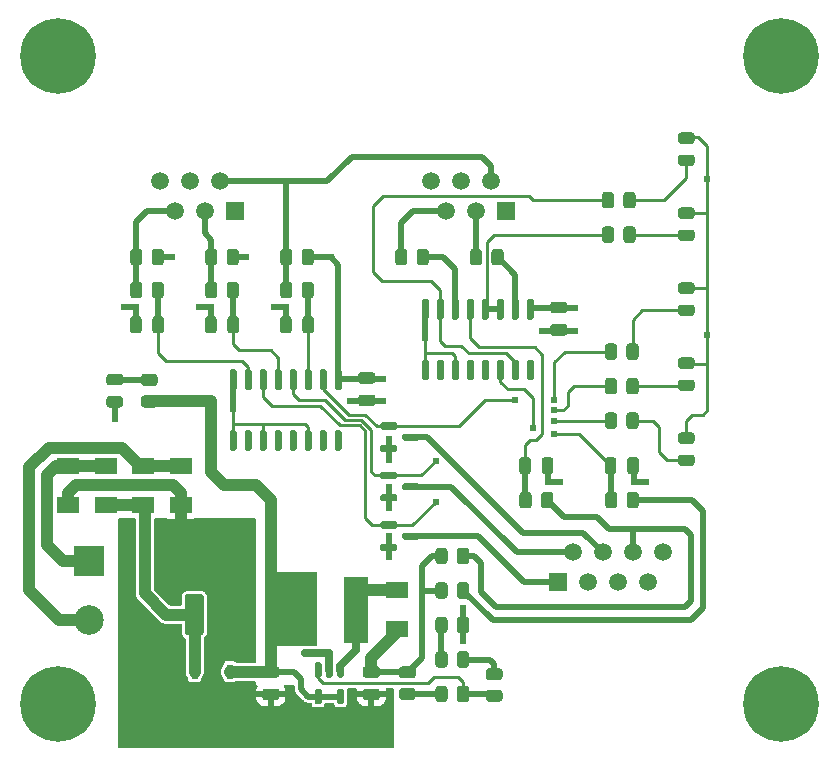
<source format=gtl>
G04 #@! TF.GenerationSoftware,KiCad,Pcbnew,6.0.2+dfsg-1*
G04 #@! TF.CreationDate,2024-06-30T21:39:07-06:00*
G04 #@! TF.ProjectId,mss-atlasadapter,6d73732d-6174-46c6-9173-616461707465,rev?*
G04 #@! TF.SameCoordinates,Original*
G04 #@! TF.FileFunction,Copper,L1,Top*
G04 #@! TF.FilePolarity,Positive*
%FSLAX46Y46*%
G04 Gerber Fmt 4.6, Leading zero omitted, Abs format (unit mm)*
G04 Created by KiCad (PCBNEW 6.0.2+dfsg-1) date 2024-06-30 21:39:07*
%MOMM*%
%LPD*%
G01*
G04 APERTURE LIST*
G04 #@! TA.AperFunction,ComponentPad*
%ADD10R,2.500000X2.500000*%
G04 #@! TD*
G04 #@! TA.AperFunction,ComponentPad*
%ADD11C,2.500000*%
G04 #@! TD*
G04 #@! TA.AperFunction,ComponentPad*
%ADD12C,6.400000*%
G04 #@! TD*
G04 #@! TA.AperFunction,SMDPad,CuDef*
%ADD13R,1.900000X1.400000*%
G04 #@! TD*
G04 #@! TA.AperFunction,SMDPad,CuDef*
%ADD14R,2.108200X5.562600*%
G04 #@! TD*
G04 #@! TA.AperFunction,ComponentPad*
%ADD15R,1.520000X1.520000*%
G04 #@! TD*
G04 #@! TA.AperFunction,ComponentPad*
%ADD16C,1.520000*%
G04 #@! TD*
G04 #@! TA.AperFunction,ComponentPad*
%ADD17R,1.500000X1.500000*%
G04 #@! TD*
G04 #@! TA.AperFunction,ComponentPad*
%ADD18C,1.500000*%
G04 #@! TD*
G04 #@! TA.AperFunction,SMDPad,CuDef*
%ADD19R,0.550000X1.300000*%
G04 #@! TD*
G04 #@! TA.AperFunction,ViaPad*
%ADD20C,0.609600*%
G04 #@! TD*
G04 #@! TA.AperFunction,Conductor*
%ADD21C,1.016000*%
G04 #@! TD*
G04 #@! TA.AperFunction,Conductor*
%ADD22C,0.508000*%
G04 #@! TD*
G04 #@! TA.AperFunction,Conductor*
%ADD23C,0.254000*%
G04 #@! TD*
G04 #@! TA.AperFunction,Conductor*
%ADD24C,0.635000*%
G04 #@! TD*
G04 APERTURE END LIST*
G04 #@! TA.AperFunction,SMDPad,CuDef*
G36*
G01*
X55405000Y-159332000D02*
X56355000Y-159332000D01*
G75*
G02*
X56605000Y-159582000I0J-250000D01*
G01*
X56605000Y-160082000D01*
G75*
G02*
X56355000Y-160332000I-250000J0D01*
G01*
X55405000Y-160332000D01*
G75*
G02*
X55155000Y-160082000I0J250000D01*
G01*
X55155000Y-159582000D01*
G75*
G02*
X55405000Y-159332000I250000J0D01*
G01*
G37*
G04 #@! TD.AperFunction*
G04 #@! TA.AperFunction,SMDPad,CuDef*
G36*
G01*
X55405000Y-161232000D02*
X56355000Y-161232000D01*
G75*
G02*
X56605000Y-161482000I0J-250000D01*
G01*
X56605000Y-161982000D01*
G75*
G02*
X56355000Y-162232000I-250000J0D01*
G01*
X55405000Y-162232000D01*
G75*
G02*
X55155000Y-161982000I0J250000D01*
G01*
X55155000Y-161482000D01*
G75*
G02*
X55405000Y-161232000I250000J0D01*
G01*
G37*
G04 #@! TD.AperFunction*
G04 #@! TA.AperFunction,SMDPad,CuDef*
G36*
G01*
X75791000Y-148151000D02*
X75791000Y-147251000D01*
G75*
G02*
X76041000Y-147001000I250000J0D01*
G01*
X76566000Y-147001000D01*
G75*
G02*
X76816000Y-147251000I0J-250000D01*
G01*
X76816000Y-148151000D01*
G75*
G02*
X76566000Y-148401000I-250000J0D01*
G01*
X76041000Y-148401000D01*
G75*
G02*
X75791000Y-148151000I0J250000D01*
G01*
G37*
G04 #@! TD.AperFunction*
G04 #@! TA.AperFunction,SMDPad,CuDef*
G36*
G01*
X77616000Y-148151000D02*
X77616000Y-147251000D01*
G75*
G02*
X77866000Y-147001000I250000J0D01*
G01*
X78391000Y-147001000D01*
G75*
G02*
X78641000Y-147251000I0J-250000D01*
G01*
X78641000Y-148151000D01*
G75*
G02*
X78391000Y-148401000I-250000J0D01*
G01*
X77866000Y-148401000D01*
G75*
G02*
X77616000Y-148151000I0J250000D01*
G01*
G37*
G04 #@! TD.AperFunction*
G04 #@! TA.AperFunction,SMDPad,CuDef*
G36*
G01*
X59759000Y-187099000D02*
X58859000Y-187099000D01*
G75*
G02*
X58609000Y-186849000I0J250000D01*
G01*
X58609000Y-186324000D01*
G75*
G02*
X58859000Y-186074000I250000J0D01*
G01*
X59759000Y-186074000D01*
G75*
G02*
X60009000Y-186324000I0J-250000D01*
G01*
X60009000Y-186849000D01*
G75*
G02*
X59759000Y-187099000I-250000J0D01*
G01*
G37*
G04 #@! TD.AperFunction*
G04 #@! TA.AperFunction,SMDPad,CuDef*
G36*
G01*
X59759000Y-185274000D02*
X58859000Y-185274000D01*
G75*
G02*
X58609000Y-185024000I0J250000D01*
G01*
X58609000Y-184499000D01*
G75*
G02*
X58859000Y-184249000I250000J0D01*
G01*
X59759000Y-184249000D01*
G75*
G02*
X60009000Y-184499000I0J-250000D01*
G01*
X60009000Y-185024000D01*
G75*
G02*
X59759000Y-185274000I-250000J0D01*
G01*
G37*
G04 #@! TD.AperFunction*
G04 #@! TA.AperFunction,SMDPad,CuDef*
G36*
G01*
X75791000Y-145230000D02*
X75791000Y-144330000D01*
G75*
G02*
X76041000Y-144080000I250000J0D01*
G01*
X76566000Y-144080000D01*
G75*
G02*
X76816000Y-144330000I0J-250000D01*
G01*
X76816000Y-145230000D01*
G75*
G02*
X76566000Y-145480000I-250000J0D01*
G01*
X76041000Y-145480000D01*
G75*
G02*
X75791000Y-145230000I0J250000D01*
G01*
G37*
G04 #@! TD.AperFunction*
G04 #@! TA.AperFunction,SMDPad,CuDef*
G36*
G01*
X77616000Y-145230000D02*
X77616000Y-144330000D01*
G75*
G02*
X77866000Y-144080000I250000J0D01*
G01*
X78391000Y-144080000D01*
G75*
G02*
X78641000Y-144330000I0J-250000D01*
G01*
X78641000Y-145230000D01*
G75*
G02*
X78391000Y-145480000I-250000J0D01*
G01*
X77866000Y-145480000D01*
G75*
G02*
X77616000Y-145230000I0J250000D01*
G01*
G37*
G04 #@! TD.AperFunction*
G04 #@! TA.AperFunction,SMDPad,CuDef*
G36*
G01*
X78918500Y-169730000D02*
X78918500Y-170630000D01*
G75*
G02*
X78668500Y-170880000I-250000J0D01*
G01*
X78143500Y-170880000D01*
G75*
G02*
X77893500Y-170630000I0J250000D01*
G01*
X77893500Y-169730000D01*
G75*
G02*
X78143500Y-169480000I250000J0D01*
G01*
X78668500Y-169480000D01*
G75*
G02*
X78918500Y-169730000I0J-250000D01*
G01*
G37*
G04 #@! TD.AperFunction*
G04 #@! TA.AperFunction,SMDPad,CuDef*
G36*
G01*
X77093500Y-169730000D02*
X77093500Y-170630000D01*
G75*
G02*
X76843500Y-170880000I-250000J0D01*
G01*
X76318500Y-170880000D01*
G75*
G02*
X76068500Y-170630000I0J250000D01*
G01*
X76068500Y-169730000D01*
G75*
G02*
X76318500Y-169480000I250000J0D01*
G01*
X76843500Y-169480000D01*
G75*
G02*
X77093500Y-169730000I0J-250000D01*
G01*
G37*
G04 #@! TD.AperFunction*
D10*
X32339000Y-175300000D03*
D11*
X32339000Y-180300000D03*
G04 #@! TA.AperFunction,SMDPad,CuDef*
G36*
G01*
X69573000Y-153141000D02*
X69873000Y-153141000D01*
G75*
G02*
X70023000Y-153291000I0J-150000D01*
G01*
X70023000Y-154741000D01*
G75*
G02*
X69873000Y-154891000I-150000J0D01*
G01*
X69573000Y-154891000D01*
G75*
G02*
X69423000Y-154741000I0J150000D01*
G01*
X69423000Y-153291000D01*
G75*
G02*
X69573000Y-153141000I150000J0D01*
G01*
G37*
G04 #@! TD.AperFunction*
G04 #@! TA.AperFunction,SMDPad,CuDef*
G36*
G01*
X68303000Y-153141000D02*
X68603000Y-153141000D01*
G75*
G02*
X68753000Y-153291000I0J-150000D01*
G01*
X68753000Y-154741000D01*
G75*
G02*
X68603000Y-154891000I-150000J0D01*
G01*
X68303000Y-154891000D01*
G75*
G02*
X68153000Y-154741000I0J150000D01*
G01*
X68153000Y-153291000D01*
G75*
G02*
X68303000Y-153141000I150000J0D01*
G01*
G37*
G04 #@! TD.AperFunction*
G04 #@! TA.AperFunction,SMDPad,CuDef*
G36*
G01*
X67033000Y-153141000D02*
X67333000Y-153141000D01*
G75*
G02*
X67483000Y-153291000I0J-150000D01*
G01*
X67483000Y-154741000D01*
G75*
G02*
X67333000Y-154891000I-150000J0D01*
G01*
X67033000Y-154891000D01*
G75*
G02*
X66883000Y-154741000I0J150000D01*
G01*
X66883000Y-153291000D01*
G75*
G02*
X67033000Y-153141000I150000J0D01*
G01*
G37*
G04 #@! TD.AperFunction*
G04 #@! TA.AperFunction,SMDPad,CuDef*
G36*
G01*
X65763000Y-153141000D02*
X66063000Y-153141000D01*
G75*
G02*
X66213000Y-153291000I0J-150000D01*
G01*
X66213000Y-154741000D01*
G75*
G02*
X66063000Y-154891000I-150000J0D01*
G01*
X65763000Y-154891000D01*
G75*
G02*
X65613000Y-154741000I0J150000D01*
G01*
X65613000Y-153291000D01*
G75*
G02*
X65763000Y-153141000I150000J0D01*
G01*
G37*
G04 #@! TD.AperFunction*
G04 #@! TA.AperFunction,SMDPad,CuDef*
G36*
G01*
X64493000Y-153141000D02*
X64793000Y-153141000D01*
G75*
G02*
X64943000Y-153291000I0J-150000D01*
G01*
X64943000Y-154741000D01*
G75*
G02*
X64793000Y-154891000I-150000J0D01*
G01*
X64493000Y-154891000D01*
G75*
G02*
X64343000Y-154741000I0J150000D01*
G01*
X64343000Y-153291000D01*
G75*
G02*
X64493000Y-153141000I150000J0D01*
G01*
G37*
G04 #@! TD.AperFunction*
G04 #@! TA.AperFunction,SMDPad,CuDef*
G36*
G01*
X63223000Y-153141000D02*
X63523000Y-153141000D01*
G75*
G02*
X63673000Y-153291000I0J-150000D01*
G01*
X63673000Y-154741000D01*
G75*
G02*
X63523000Y-154891000I-150000J0D01*
G01*
X63223000Y-154891000D01*
G75*
G02*
X63073000Y-154741000I0J150000D01*
G01*
X63073000Y-153291000D01*
G75*
G02*
X63223000Y-153141000I150000J0D01*
G01*
G37*
G04 #@! TD.AperFunction*
G04 #@! TA.AperFunction,SMDPad,CuDef*
G36*
G01*
X61953000Y-153141000D02*
X62253000Y-153141000D01*
G75*
G02*
X62403000Y-153291000I0J-150000D01*
G01*
X62403000Y-154741000D01*
G75*
G02*
X62253000Y-154891000I-150000J0D01*
G01*
X61953000Y-154891000D01*
G75*
G02*
X61803000Y-154741000I0J150000D01*
G01*
X61803000Y-153291000D01*
G75*
G02*
X61953000Y-153141000I150000J0D01*
G01*
G37*
G04 #@! TD.AperFunction*
G04 #@! TA.AperFunction,SMDPad,CuDef*
G36*
G01*
X60683000Y-153141000D02*
X60983000Y-153141000D01*
G75*
G02*
X61133000Y-153291000I0J-150000D01*
G01*
X61133000Y-154741000D01*
G75*
G02*
X60983000Y-154891000I-150000J0D01*
G01*
X60683000Y-154891000D01*
G75*
G02*
X60533000Y-154741000I0J150000D01*
G01*
X60533000Y-153291000D01*
G75*
G02*
X60683000Y-153141000I150000J0D01*
G01*
G37*
G04 #@! TD.AperFunction*
G04 #@! TA.AperFunction,SMDPad,CuDef*
G36*
G01*
X60683000Y-158291000D02*
X60983000Y-158291000D01*
G75*
G02*
X61133000Y-158441000I0J-150000D01*
G01*
X61133000Y-159891000D01*
G75*
G02*
X60983000Y-160041000I-150000J0D01*
G01*
X60683000Y-160041000D01*
G75*
G02*
X60533000Y-159891000I0J150000D01*
G01*
X60533000Y-158441000D01*
G75*
G02*
X60683000Y-158291000I150000J0D01*
G01*
G37*
G04 #@! TD.AperFunction*
G04 #@! TA.AperFunction,SMDPad,CuDef*
G36*
G01*
X61953000Y-158291000D02*
X62253000Y-158291000D01*
G75*
G02*
X62403000Y-158441000I0J-150000D01*
G01*
X62403000Y-159891000D01*
G75*
G02*
X62253000Y-160041000I-150000J0D01*
G01*
X61953000Y-160041000D01*
G75*
G02*
X61803000Y-159891000I0J150000D01*
G01*
X61803000Y-158441000D01*
G75*
G02*
X61953000Y-158291000I150000J0D01*
G01*
G37*
G04 #@! TD.AperFunction*
G04 #@! TA.AperFunction,SMDPad,CuDef*
G36*
G01*
X63223000Y-158291000D02*
X63523000Y-158291000D01*
G75*
G02*
X63673000Y-158441000I0J-150000D01*
G01*
X63673000Y-159891000D01*
G75*
G02*
X63523000Y-160041000I-150000J0D01*
G01*
X63223000Y-160041000D01*
G75*
G02*
X63073000Y-159891000I0J150000D01*
G01*
X63073000Y-158441000D01*
G75*
G02*
X63223000Y-158291000I150000J0D01*
G01*
G37*
G04 #@! TD.AperFunction*
G04 #@! TA.AperFunction,SMDPad,CuDef*
G36*
G01*
X64493000Y-158291000D02*
X64793000Y-158291000D01*
G75*
G02*
X64943000Y-158441000I0J-150000D01*
G01*
X64943000Y-159891000D01*
G75*
G02*
X64793000Y-160041000I-150000J0D01*
G01*
X64493000Y-160041000D01*
G75*
G02*
X64343000Y-159891000I0J150000D01*
G01*
X64343000Y-158441000D01*
G75*
G02*
X64493000Y-158291000I150000J0D01*
G01*
G37*
G04 #@! TD.AperFunction*
G04 #@! TA.AperFunction,SMDPad,CuDef*
G36*
G01*
X65763000Y-158291000D02*
X66063000Y-158291000D01*
G75*
G02*
X66213000Y-158441000I0J-150000D01*
G01*
X66213000Y-159891000D01*
G75*
G02*
X66063000Y-160041000I-150000J0D01*
G01*
X65763000Y-160041000D01*
G75*
G02*
X65613000Y-159891000I0J150000D01*
G01*
X65613000Y-158441000D01*
G75*
G02*
X65763000Y-158291000I150000J0D01*
G01*
G37*
G04 #@! TD.AperFunction*
G04 #@! TA.AperFunction,SMDPad,CuDef*
G36*
G01*
X67033000Y-158291000D02*
X67333000Y-158291000D01*
G75*
G02*
X67483000Y-158441000I0J-150000D01*
G01*
X67483000Y-159891000D01*
G75*
G02*
X67333000Y-160041000I-150000J0D01*
G01*
X67033000Y-160041000D01*
G75*
G02*
X66883000Y-159891000I0J150000D01*
G01*
X66883000Y-158441000D01*
G75*
G02*
X67033000Y-158291000I150000J0D01*
G01*
G37*
G04 #@! TD.AperFunction*
G04 #@! TA.AperFunction,SMDPad,CuDef*
G36*
G01*
X68303000Y-158291000D02*
X68603000Y-158291000D01*
G75*
G02*
X68753000Y-158441000I0J-150000D01*
G01*
X68753000Y-159891000D01*
G75*
G02*
X68603000Y-160041000I-150000J0D01*
G01*
X68303000Y-160041000D01*
G75*
G02*
X68153000Y-159891000I0J150000D01*
G01*
X68153000Y-158441000D01*
G75*
G02*
X68303000Y-158291000I150000J0D01*
G01*
G37*
G04 #@! TD.AperFunction*
G04 #@! TA.AperFunction,SMDPad,CuDef*
G36*
G01*
X69573000Y-158291000D02*
X69873000Y-158291000D01*
G75*
G02*
X70023000Y-158441000I0J-150000D01*
G01*
X70023000Y-159891000D01*
G75*
G02*
X69873000Y-160041000I-150000J0D01*
G01*
X69573000Y-160041000D01*
G75*
G02*
X69423000Y-159891000I0J150000D01*
G01*
X69423000Y-158441000D01*
G75*
G02*
X69573000Y-158291000I150000J0D01*
G01*
G37*
G04 #@! TD.AperFunction*
G04 #@! TA.AperFunction,SMDPad,CuDef*
G36*
G01*
X76045000Y-158057000D02*
X76045000Y-157157000D01*
G75*
G02*
X76295000Y-156907000I250000J0D01*
G01*
X76820000Y-156907000D01*
G75*
G02*
X77070000Y-157157000I0J-250000D01*
G01*
X77070000Y-158057000D01*
G75*
G02*
X76820000Y-158307000I-250000J0D01*
G01*
X76295000Y-158307000D01*
G75*
G02*
X76045000Y-158057000I0J250000D01*
G01*
G37*
G04 #@! TD.AperFunction*
G04 #@! TA.AperFunction,SMDPad,CuDef*
G36*
G01*
X77870000Y-158057000D02*
X77870000Y-157157000D01*
G75*
G02*
X78120000Y-156907000I250000J0D01*
G01*
X78645000Y-156907000D01*
G75*
G02*
X78895000Y-157157000I0J-250000D01*
G01*
X78895000Y-158057000D01*
G75*
G02*
X78645000Y-158307000I-250000J0D01*
G01*
X78120000Y-158307000D01*
G75*
G02*
X77870000Y-158057000I0J250000D01*
G01*
G37*
G04 #@! TD.AperFunction*
G04 #@! TA.AperFunction,SMDPad,CuDef*
G36*
G01*
X71661000Y-153363000D02*
X72611000Y-153363000D01*
G75*
G02*
X72861000Y-153613000I0J-250000D01*
G01*
X72861000Y-154113000D01*
G75*
G02*
X72611000Y-154363000I-250000J0D01*
G01*
X71661000Y-154363000D01*
G75*
G02*
X71411000Y-154113000I0J250000D01*
G01*
X71411000Y-153613000D01*
G75*
G02*
X71661000Y-153363000I250000J0D01*
G01*
G37*
G04 #@! TD.AperFunction*
G04 #@! TA.AperFunction,SMDPad,CuDef*
G36*
G01*
X71661000Y-155263000D02*
X72611000Y-155263000D01*
G75*
G02*
X72861000Y-155513000I0J-250000D01*
G01*
X72861000Y-156013000D01*
G75*
G02*
X72611000Y-156263000I-250000J0D01*
G01*
X71661000Y-156263000D01*
G75*
G02*
X71411000Y-156013000I0J250000D01*
G01*
X71411000Y-155513000D01*
G75*
G02*
X71661000Y-155263000I250000J0D01*
G01*
G37*
G04 #@! TD.AperFunction*
G04 #@! TA.AperFunction,SMDPad,CuDef*
G36*
G01*
X61138500Y-149156000D02*
X61138500Y-150056000D01*
G75*
G02*
X60888500Y-150306000I-250000J0D01*
G01*
X60363500Y-150306000D01*
G75*
G02*
X60113500Y-150056000I0J250000D01*
G01*
X60113500Y-149156000D01*
G75*
G02*
X60363500Y-148906000I250000J0D01*
G01*
X60888500Y-148906000D01*
G75*
G02*
X61138500Y-149156000I0J-250000D01*
G01*
G37*
G04 #@! TD.AperFunction*
G04 #@! TA.AperFunction,SMDPad,CuDef*
G36*
G01*
X59313500Y-149156000D02*
X59313500Y-150056000D01*
G75*
G02*
X59063500Y-150306000I-250000J0D01*
G01*
X58538500Y-150306000D01*
G75*
G02*
X58288500Y-150056000I0J250000D01*
G01*
X58288500Y-149156000D01*
G75*
G02*
X58538500Y-148906000I250000J0D01*
G01*
X59063500Y-148906000D01*
G75*
G02*
X59313500Y-149156000I0J-250000D01*
G01*
G37*
G04 #@! TD.AperFunction*
D12*
X90932000Y-187452000D03*
G04 #@! TA.AperFunction,SMDPad,CuDef*
G36*
G01*
X45047000Y-149156000D02*
X45047000Y-150056000D01*
G75*
G02*
X44797000Y-150306000I-250000J0D01*
G01*
X44272000Y-150306000D01*
G75*
G02*
X44022000Y-150056000I0J250000D01*
G01*
X44022000Y-149156000D01*
G75*
G02*
X44272000Y-148906000I250000J0D01*
G01*
X44797000Y-148906000D01*
G75*
G02*
X45047000Y-149156000I0J-250000D01*
G01*
G37*
G04 #@! TD.AperFunction*
G04 #@! TA.AperFunction,SMDPad,CuDef*
G36*
G01*
X43222000Y-149156000D02*
X43222000Y-150056000D01*
G75*
G02*
X42972000Y-150306000I-250000J0D01*
G01*
X42447000Y-150306000D01*
G75*
G02*
X42197000Y-150056000I0J250000D01*
G01*
X42197000Y-149156000D01*
G75*
G02*
X42447000Y-148906000I250000J0D01*
G01*
X42972000Y-148906000D01*
G75*
G02*
X43222000Y-149156000I0J-250000D01*
G01*
G37*
G04 #@! TD.AperFunction*
D13*
X40132000Y-167260000D03*
X40132000Y-170560000D03*
X58420000Y-181101000D03*
X58420000Y-177801000D03*
D14*
X50406300Y-179451000D03*
X55003700Y-179451000D03*
G04 #@! TA.AperFunction,SMDPad,CuDef*
G36*
G01*
X56999000Y-168237000D02*
X56999000Y-167937000D01*
G75*
G02*
X57149000Y-167787000I150000J0D01*
G01*
X58324000Y-167787000D01*
G75*
G02*
X58474000Y-167937000I0J-150000D01*
G01*
X58474000Y-168237000D01*
G75*
G02*
X58324000Y-168387000I-150000J0D01*
G01*
X57149000Y-168387000D01*
G75*
G02*
X56999000Y-168237000I0J150000D01*
G01*
G37*
G04 #@! TD.AperFunction*
G04 #@! TA.AperFunction,SMDPad,CuDef*
G36*
G01*
X56999000Y-170137000D02*
X56999000Y-169837000D01*
G75*
G02*
X57149000Y-169687000I150000J0D01*
G01*
X58324000Y-169687000D01*
G75*
G02*
X58474000Y-169837000I0J-150000D01*
G01*
X58474000Y-170137000D01*
G75*
G02*
X58324000Y-170287000I-150000J0D01*
G01*
X57149000Y-170287000D01*
G75*
G02*
X56999000Y-170137000I0J150000D01*
G01*
G37*
G04 #@! TD.AperFunction*
G04 #@! TA.AperFunction,SMDPad,CuDef*
G36*
G01*
X58874000Y-169187000D02*
X58874000Y-168887000D01*
G75*
G02*
X59024000Y-168737000I150000J0D01*
G01*
X60199000Y-168737000D01*
G75*
G02*
X60349000Y-168887000I0J-150000D01*
G01*
X60349000Y-169187000D01*
G75*
G02*
X60199000Y-169337000I-150000J0D01*
G01*
X59024000Y-169337000D01*
G75*
G02*
X58874000Y-169187000I0J150000D01*
G01*
G37*
G04 #@! TD.AperFunction*
G04 #@! TA.AperFunction,SMDPad,CuDef*
G36*
G01*
X38722000Y-154846000D02*
X38722000Y-155796000D01*
G75*
G02*
X38472000Y-156046000I-250000J0D01*
G01*
X37972000Y-156046000D01*
G75*
G02*
X37722000Y-155796000I0J250000D01*
G01*
X37722000Y-154846000D01*
G75*
G02*
X37972000Y-154596000I250000J0D01*
G01*
X38472000Y-154596000D01*
G75*
G02*
X38722000Y-154846000I0J-250000D01*
G01*
G37*
G04 #@! TD.AperFunction*
G04 #@! TA.AperFunction,SMDPad,CuDef*
G36*
G01*
X36822000Y-154846000D02*
X36822000Y-155796000D01*
G75*
G02*
X36572000Y-156046000I-250000J0D01*
G01*
X36072000Y-156046000D01*
G75*
G02*
X35822000Y-155796000I0J250000D01*
G01*
X35822000Y-154846000D01*
G75*
G02*
X36072000Y-154596000I250000J0D01*
G01*
X36572000Y-154596000D01*
G75*
G02*
X36822000Y-154846000I0J-250000D01*
G01*
G37*
G04 #@! TD.AperFunction*
G04 #@! TA.AperFunction,SMDPad,CuDef*
G36*
G01*
X67465000Y-149156000D02*
X67465000Y-150056000D01*
G75*
G02*
X67215000Y-150306000I-250000J0D01*
G01*
X66690000Y-150306000D01*
G75*
G02*
X66440000Y-150056000I0J250000D01*
G01*
X66440000Y-149156000D01*
G75*
G02*
X66690000Y-148906000I250000J0D01*
G01*
X67215000Y-148906000D01*
G75*
G02*
X67465000Y-149156000I0J-250000D01*
G01*
G37*
G04 #@! TD.AperFunction*
G04 #@! TA.AperFunction,SMDPad,CuDef*
G36*
G01*
X65640000Y-149156000D02*
X65640000Y-150056000D01*
G75*
G02*
X65390000Y-150306000I-250000J0D01*
G01*
X64865000Y-150306000D01*
G75*
G02*
X64615000Y-150056000I0J250000D01*
G01*
X64615000Y-149156000D01*
G75*
G02*
X64865000Y-148906000I250000J0D01*
G01*
X65390000Y-148906000D01*
G75*
G02*
X65640000Y-149156000I0J-250000D01*
G01*
G37*
G04 #@! TD.AperFunction*
G04 #@! TA.AperFunction,SMDPad,CuDef*
G36*
G01*
X64544000Y-177377000D02*
X64544000Y-178277000D01*
G75*
G02*
X64294000Y-178527000I-250000J0D01*
G01*
X63769000Y-178527000D01*
G75*
G02*
X63519000Y-178277000I0J250000D01*
G01*
X63519000Y-177377000D01*
G75*
G02*
X63769000Y-177127000I250000J0D01*
G01*
X64294000Y-177127000D01*
G75*
G02*
X64544000Y-177377000I0J-250000D01*
G01*
G37*
G04 #@! TD.AperFunction*
G04 #@! TA.AperFunction,SMDPad,CuDef*
G36*
G01*
X62719000Y-177377000D02*
X62719000Y-178277000D01*
G75*
G02*
X62469000Y-178527000I-250000J0D01*
G01*
X61944000Y-178527000D01*
G75*
G02*
X61694000Y-178277000I0J250000D01*
G01*
X61694000Y-177377000D01*
G75*
G02*
X61944000Y-177127000I250000J0D01*
G01*
X62469000Y-177127000D01*
G75*
G02*
X62719000Y-177377000I0J-250000D01*
G01*
G37*
G04 #@! TD.AperFunction*
G04 #@! TA.AperFunction,SMDPad,CuDef*
G36*
G01*
X56999000Y-172428000D02*
X56999000Y-172128000D01*
G75*
G02*
X57149000Y-171978000I150000J0D01*
G01*
X58324000Y-171978000D01*
G75*
G02*
X58474000Y-172128000I0J-150000D01*
G01*
X58474000Y-172428000D01*
G75*
G02*
X58324000Y-172578000I-150000J0D01*
G01*
X57149000Y-172578000D01*
G75*
G02*
X56999000Y-172428000I0J150000D01*
G01*
G37*
G04 #@! TD.AperFunction*
G04 #@! TA.AperFunction,SMDPad,CuDef*
G36*
G01*
X56999000Y-174328000D02*
X56999000Y-174028000D01*
G75*
G02*
X57149000Y-173878000I150000J0D01*
G01*
X58324000Y-173878000D01*
G75*
G02*
X58474000Y-174028000I0J-150000D01*
G01*
X58474000Y-174328000D01*
G75*
G02*
X58324000Y-174478000I-150000J0D01*
G01*
X57149000Y-174478000D01*
G75*
G02*
X56999000Y-174328000I0J150000D01*
G01*
G37*
G04 #@! TD.AperFunction*
G04 #@! TA.AperFunction,SMDPad,CuDef*
G36*
G01*
X58874000Y-173378000D02*
X58874000Y-173078000D01*
G75*
G02*
X59024000Y-172928000I150000J0D01*
G01*
X60199000Y-172928000D01*
G75*
G02*
X60349000Y-173078000I0J-150000D01*
G01*
X60349000Y-173378000D01*
G75*
G02*
X60199000Y-173528000I-150000J0D01*
G01*
X59024000Y-173528000D01*
G75*
G02*
X58874000Y-173378000I0J150000D01*
G01*
G37*
G04 #@! TD.AperFunction*
D15*
X44699000Y-145692000D03*
D16*
X43429000Y-143152000D03*
X42159000Y-145692000D03*
X40889000Y-143152000D03*
X39619000Y-145692000D03*
X38349000Y-143152000D03*
D12*
X90932000Y-132588000D03*
G04 #@! TA.AperFunction,SMDPad,CuDef*
G36*
G01*
X53505000Y-183874000D02*
X53805000Y-183874000D01*
G75*
G02*
X53955000Y-184024000I0J-150000D01*
G01*
X53955000Y-185049000D01*
G75*
G02*
X53805000Y-185199000I-150000J0D01*
G01*
X53505000Y-185199000D01*
G75*
G02*
X53355000Y-185049000I0J150000D01*
G01*
X53355000Y-184024000D01*
G75*
G02*
X53505000Y-183874000I150000J0D01*
G01*
G37*
G04 #@! TD.AperFunction*
G04 #@! TA.AperFunction,SMDPad,CuDef*
G36*
G01*
X52555000Y-183874000D02*
X52855000Y-183874000D01*
G75*
G02*
X53005000Y-184024000I0J-150000D01*
G01*
X53005000Y-185049000D01*
G75*
G02*
X52855000Y-185199000I-150000J0D01*
G01*
X52555000Y-185199000D01*
G75*
G02*
X52405000Y-185049000I0J150000D01*
G01*
X52405000Y-184024000D01*
G75*
G02*
X52555000Y-183874000I150000J0D01*
G01*
G37*
G04 #@! TD.AperFunction*
G04 #@! TA.AperFunction,SMDPad,CuDef*
G36*
G01*
X51605000Y-183874000D02*
X51905000Y-183874000D01*
G75*
G02*
X52055000Y-184024000I0J-150000D01*
G01*
X52055000Y-185049000D01*
G75*
G02*
X51905000Y-185199000I-150000J0D01*
G01*
X51605000Y-185199000D01*
G75*
G02*
X51455000Y-185049000I0J150000D01*
G01*
X51455000Y-184024000D01*
G75*
G02*
X51605000Y-183874000I150000J0D01*
G01*
G37*
G04 #@! TD.AperFunction*
G04 #@! TA.AperFunction,SMDPad,CuDef*
G36*
G01*
X51605000Y-186149000D02*
X51905000Y-186149000D01*
G75*
G02*
X52055000Y-186299000I0J-150000D01*
G01*
X52055000Y-187324000D01*
G75*
G02*
X51905000Y-187474000I-150000J0D01*
G01*
X51605000Y-187474000D01*
G75*
G02*
X51455000Y-187324000I0J150000D01*
G01*
X51455000Y-186299000D01*
G75*
G02*
X51605000Y-186149000I150000J0D01*
G01*
G37*
G04 #@! TD.AperFunction*
G04 #@! TA.AperFunction,SMDPad,CuDef*
G36*
G01*
X53505000Y-186149000D02*
X53805000Y-186149000D01*
G75*
G02*
X53955000Y-186299000I0J-150000D01*
G01*
X53955000Y-187324000D01*
G75*
G02*
X53805000Y-187474000I-150000J0D01*
G01*
X53505000Y-187474000D01*
G75*
G02*
X53355000Y-187324000I0J150000D01*
G01*
X53355000Y-186299000D01*
G75*
G02*
X53505000Y-186149000I150000J0D01*
G01*
G37*
G04 #@! TD.AperFunction*
G04 #@! TA.AperFunction,SMDPad,CuDef*
G36*
G01*
X82474750Y-151737000D02*
X83387250Y-151737000D01*
G75*
G02*
X83631000Y-151980750I0J-243750D01*
G01*
X83631000Y-152468250D01*
G75*
G02*
X83387250Y-152712000I-243750J0D01*
G01*
X82474750Y-152712000D01*
G75*
G02*
X82231000Y-152468250I0J243750D01*
G01*
X82231000Y-151980750D01*
G75*
G02*
X82474750Y-151737000I243750J0D01*
G01*
G37*
G04 #@! TD.AperFunction*
G04 #@! TA.AperFunction,SMDPad,CuDef*
G36*
G01*
X82474750Y-153612000D02*
X83387250Y-153612000D01*
G75*
G02*
X83631000Y-153855750I0J-243750D01*
G01*
X83631000Y-154343250D01*
G75*
G02*
X83387250Y-154587000I-243750J0D01*
G01*
X82474750Y-154587000D01*
G75*
G02*
X82231000Y-154343250I0J243750D01*
G01*
X82231000Y-153855750D01*
G75*
G02*
X82474750Y-153612000I243750J0D01*
G01*
G37*
G04 #@! TD.AperFunction*
G04 #@! TA.AperFunction,SMDPad,CuDef*
G36*
G01*
X55786000Y-184224000D02*
X56736000Y-184224000D01*
G75*
G02*
X56986000Y-184474000I0J-250000D01*
G01*
X56986000Y-184974000D01*
G75*
G02*
X56736000Y-185224000I-250000J0D01*
G01*
X55786000Y-185224000D01*
G75*
G02*
X55536000Y-184974000I0J250000D01*
G01*
X55536000Y-184474000D01*
G75*
G02*
X55786000Y-184224000I250000J0D01*
G01*
G37*
G04 #@! TD.AperFunction*
G04 #@! TA.AperFunction,SMDPad,CuDef*
G36*
G01*
X55786000Y-186124000D02*
X56736000Y-186124000D01*
G75*
G02*
X56986000Y-186374000I0J-250000D01*
G01*
X56986000Y-186874000D01*
G75*
G02*
X56736000Y-187124000I-250000J0D01*
G01*
X55786000Y-187124000D01*
G75*
G02*
X55536000Y-186874000I0J250000D01*
G01*
X55536000Y-186374000D01*
G75*
G02*
X55786000Y-186124000I250000J0D01*
G01*
G37*
G04 #@! TD.AperFunction*
D17*
X72044500Y-177145000D03*
D18*
X73314500Y-174605000D03*
X74584500Y-177145000D03*
X75854500Y-174605000D03*
X77124500Y-177145000D03*
X78394500Y-174605000D03*
X79664500Y-177145000D03*
X80934500Y-174605000D03*
G04 #@! TA.AperFunction,SMDPad,CuDef*
G36*
G01*
X35847000Y-152850000D02*
X35847000Y-151950000D01*
G75*
G02*
X36097000Y-151700000I250000J0D01*
G01*
X36622000Y-151700000D01*
G75*
G02*
X36872000Y-151950000I0J-250000D01*
G01*
X36872000Y-152850000D01*
G75*
G02*
X36622000Y-153100000I-250000J0D01*
G01*
X36097000Y-153100000D01*
G75*
G02*
X35847000Y-152850000I0J250000D01*
G01*
G37*
G04 #@! TD.AperFunction*
G04 #@! TA.AperFunction,SMDPad,CuDef*
G36*
G01*
X37672000Y-152850000D02*
X37672000Y-151950000D01*
G75*
G02*
X37922000Y-151700000I250000J0D01*
G01*
X38447000Y-151700000D01*
G75*
G02*
X38697000Y-151950000I0J-250000D01*
G01*
X38697000Y-152850000D01*
G75*
G02*
X38447000Y-153100000I-250000J0D01*
G01*
X37922000Y-153100000D01*
G75*
G02*
X37672000Y-152850000I0J250000D01*
G01*
G37*
G04 #@! TD.AperFunction*
G04 #@! TA.AperFunction,SMDPad,CuDef*
G36*
G01*
X56999000Y-164046000D02*
X56999000Y-163746000D01*
G75*
G02*
X57149000Y-163596000I150000J0D01*
G01*
X58324000Y-163596000D01*
G75*
G02*
X58474000Y-163746000I0J-150000D01*
G01*
X58474000Y-164046000D01*
G75*
G02*
X58324000Y-164196000I-150000J0D01*
G01*
X57149000Y-164196000D01*
G75*
G02*
X56999000Y-164046000I0J150000D01*
G01*
G37*
G04 #@! TD.AperFunction*
G04 #@! TA.AperFunction,SMDPad,CuDef*
G36*
G01*
X56999000Y-165946000D02*
X56999000Y-165646000D01*
G75*
G02*
X57149000Y-165496000I150000J0D01*
G01*
X58324000Y-165496000D01*
G75*
G02*
X58474000Y-165646000I0J-150000D01*
G01*
X58474000Y-165946000D01*
G75*
G02*
X58324000Y-166096000I-150000J0D01*
G01*
X57149000Y-166096000D01*
G75*
G02*
X56999000Y-165946000I0J150000D01*
G01*
G37*
G04 #@! TD.AperFunction*
G04 #@! TA.AperFunction,SMDPad,CuDef*
G36*
G01*
X58874000Y-164996000D02*
X58874000Y-164696000D01*
G75*
G02*
X59024000Y-164546000I150000J0D01*
G01*
X60199000Y-164546000D01*
G75*
G02*
X60349000Y-164696000I0J-150000D01*
G01*
X60349000Y-164996000D01*
G75*
G02*
X60199000Y-165146000I-150000J0D01*
G01*
X59024000Y-165146000D01*
G75*
G02*
X58874000Y-164996000I0J150000D01*
G01*
G37*
G04 #@! TD.AperFunction*
G04 #@! TA.AperFunction,SMDPad,CuDef*
G36*
G01*
X76045000Y-163899000D02*
X76045000Y-162999000D01*
G75*
G02*
X76295000Y-162749000I250000J0D01*
G01*
X76820000Y-162749000D01*
G75*
G02*
X77070000Y-162999000I0J-250000D01*
G01*
X77070000Y-163899000D01*
G75*
G02*
X76820000Y-164149000I-250000J0D01*
G01*
X76295000Y-164149000D01*
G75*
G02*
X76045000Y-163899000I0J250000D01*
G01*
G37*
G04 #@! TD.AperFunction*
G04 #@! TA.AperFunction,SMDPad,CuDef*
G36*
G01*
X77870000Y-163899000D02*
X77870000Y-162999000D01*
G75*
G02*
X78120000Y-162749000I250000J0D01*
G01*
X78645000Y-162749000D01*
G75*
G02*
X78895000Y-162999000I0J-250000D01*
G01*
X78895000Y-163899000D01*
G75*
G02*
X78645000Y-164149000I-250000J0D01*
G01*
X78120000Y-164149000D01*
G75*
G02*
X77870000Y-163899000I0J250000D01*
G01*
G37*
G04 #@! TD.AperFunction*
G04 #@! TA.AperFunction,SMDPad,CuDef*
G36*
G01*
X68781000Y-167734000D02*
X68781000Y-166784000D01*
G75*
G02*
X69031000Y-166534000I250000J0D01*
G01*
X69531000Y-166534000D01*
G75*
G02*
X69781000Y-166784000I0J-250000D01*
G01*
X69781000Y-167734000D01*
G75*
G02*
X69531000Y-167984000I-250000J0D01*
G01*
X69031000Y-167984000D01*
G75*
G02*
X68781000Y-167734000I0J250000D01*
G01*
G37*
G04 #@! TD.AperFunction*
G04 #@! TA.AperFunction,SMDPad,CuDef*
G36*
G01*
X70681000Y-167734000D02*
X70681000Y-166784000D01*
G75*
G02*
X70931000Y-166534000I250000J0D01*
G01*
X71431000Y-166534000D01*
G75*
G02*
X71681000Y-166784000I0J-250000D01*
G01*
X71681000Y-167734000D01*
G75*
G02*
X71431000Y-167984000I-250000J0D01*
G01*
X70931000Y-167984000D01*
G75*
G02*
X70681000Y-167734000I0J250000D01*
G01*
G37*
G04 #@! TD.AperFunction*
D19*
X44299000Y-184697500D03*
G04 #@! TA.AperFunction,SMDPad,CuDef*
G36*
X41874000Y-188647500D02*
G01*
X41874000Y-186047500D01*
X42399000Y-185522500D01*
X42399000Y-184047500D01*
X43199000Y-184047500D01*
X43199000Y-185522500D01*
X43724000Y-186047500D01*
X43724000Y-188647500D01*
X41874000Y-188647500D01*
G37*
G04 #@! TD.AperFunction*
X41299000Y-184697500D03*
G04 #@! TA.AperFunction,SMDPad,CuDef*
G36*
G01*
X82474750Y-164437000D02*
X83387250Y-164437000D01*
G75*
G02*
X83631000Y-164680750I0J-243750D01*
G01*
X83631000Y-165168250D01*
G75*
G02*
X83387250Y-165412000I-243750J0D01*
G01*
X82474750Y-165412000D01*
G75*
G02*
X82231000Y-165168250I0J243750D01*
G01*
X82231000Y-164680750D01*
G75*
G02*
X82474750Y-164437000I243750J0D01*
G01*
G37*
G04 #@! TD.AperFunction*
G04 #@! TA.AperFunction,SMDPad,CuDef*
G36*
G01*
X82474750Y-166312000D02*
X83387250Y-166312000D01*
G75*
G02*
X83631000Y-166555750I0J-243750D01*
G01*
X83631000Y-167043250D01*
G75*
G02*
X83387250Y-167287000I-243750J0D01*
G01*
X82474750Y-167287000D01*
G75*
G02*
X82231000Y-167043250I0J243750D01*
G01*
X82231000Y-166555750D01*
G75*
G02*
X82474750Y-166312000I243750J0D01*
G01*
G37*
G04 #@! TD.AperFunction*
G04 #@! TA.AperFunction,SMDPad,CuDef*
G36*
G01*
X47277000Y-184224000D02*
X48227000Y-184224000D01*
G75*
G02*
X48477000Y-184474000I0J-250000D01*
G01*
X48477000Y-184974000D01*
G75*
G02*
X48227000Y-185224000I-250000J0D01*
G01*
X47277000Y-185224000D01*
G75*
G02*
X47027000Y-184974000I0J250000D01*
G01*
X47027000Y-184474000D01*
G75*
G02*
X47277000Y-184224000I250000J0D01*
G01*
G37*
G04 #@! TD.AperFunction*
G04 #@! TA.AperFunction,SMDPad,CuDef*
G36*
G01*
X47277000Y-186124000D02*
X48227000Y-186124000D01*
G75*
G02*
X48477000Y-186374000I0J-250000D01*
G01*
X48477000Y-186874000D01*
G75*
G02*
X48227000Y-187124000I-250000J0D01*
G01*
X47277000Y-187124000D01*
G75*
G02*
X47027000Y-186874000I0J250000D01*
G01*
X47027000Y-186374000D01*
G75*
G02*
X47277000Y-186124000I250000J0D01*
G01*
G37*
G04 #@! TD.AperFunction*
G04 #@! TA.AperFunction,SMDPad,CuDef*
G36*
G01*
X41825000Y-181615000D02*
X40725000Y-181615000D01*
G75*
G02*
X40475000Y-181365000I0J250000D01*
G01*
X40475000Y-178365000D01*
G75*
G02*
X40725000Y-178115000I250000J0D01*
G01*
X41825000Y-178115000D01*
G75*
G02*
X42075000Y-178365000I0J-250000D01*
G01*
X42075000Y-181365000D01*
G75*
G02*
X41825000Y-181615000I-250000J0D01*
G01*
G37*
G04 #@! TD.AperFunction*
G04 #@! TA.AperFunction,SMDPad,CuDef*
G36*
G01*
X41825000Y-176215000D02*
X40725000Y-176215000D01*
G75*
G02*
X40475000Y-175965000I0J250000D01*
G01*
X40475000Y-172965000D01*
G75*
G02*
X40725000Y-172715000I250000J0D01*
G01*
X41825000Y-172715000D01*
G75*
G02*
X42075000Y-172965000I0J-250000D01*
G01*
X42075000Y-175965000D01*
G75*
G02*
X41825000Y-176215000I-250000J0D01*
G01*
G37*
G04 #@! TD.AperFunction*
D13*
X30607000Y-167260000D03*
X30607000Y-170560000D03*
D12*
X29718000Y-187452000D03*
G04 #@! TA.AperFunction,SMDPad,CuDef*
G36*
G01*
X61694000Y-184119000D02*
X61694000Y-183219000D01*
G75*
G02*
X61944000Y-182969000I250000J0D01*
G01*
X62469000Y-182969000D01*
G75*
G02*
X62719000Y-183219000I0J-250000D01*
G01*
X62719000Y-184119000D01*
G75*
G02*
X62469000Y-184369000I-250000J0D01*
G01*
X61944000Y-184369000D01*
G75*
G02*
X61694000Y-184119000I0J250000D01*
G01*
G37*
G04 #@! TD.AperFunction*
G04 #@! TA.AperFunction,SMDPad,CuDef*
G36*
G01*
X63519000Y-184119000D02*
X63519000Y-183219000D01*
G75*
G02*
X63769000Y-182969000I250000J0D01*
G01*
X64294000Y-182969000D01*
G75*
G02*
X64544000Y-183219000I0J-250000D01*
G01*
X64544000Y-184119000D01*
G75*
G02*
X64294000Y-184369000I-250000J0D01*
G01*
X63769000Y-184369000D01*
G75*
G02*
X63519000Y-184119000I0J250000D01*
G01*
G37*
G04 #@! TD.AperFunction*
G04 #@! TA.AperFunction,SMDPad,CuDef*
G36*
G01*
X51397000Y-149156000D02*
X51397000Y-150056000D01*
G75*
G02*
X51147000Y-150306000I-250000J0D01*
G01*
X50622000Y-150306000D01*
G75*
G02*
X50372000Y-150056000I0J250000D01*
G01*
X50372000Y-149156000D01*
G75*
G02*
X50622000Y-148906000I250000J0D01*
G01*
X51147000Y-148906000D01*
G75*
G02*
X51397000Y-149156000I0J-250000D01*
G01*
G37*
G04 #@! TD.AperFunction*
G04 #@! TA.AperFunction,SMDPad,CuDef*
G36*
G01*
X49572000Y-149156000D02*
X49572000Y-150056000D01*
G75*
G02*
X49322000Y-150306000I-250000J0D01*
G01*
X48797000Y-150306000D01*
G75*
G02*
X48547000Y-150056000I0J250000D01*
G01*
X48547000Y-149156000D01*
G75*
G02*
X48797000Y-148906000I250000J0D01*
G01*
X49322000Y-148906000D01*
G75*
G02*
X49572000Y-149156000I0J-250000D01*
G01*
G37*
G04 #@! TD.AperFunction*
G04 #@! TA.AperFunction,SMDPad,CuDef*
G36*
G01*
X76020000Y-167734000D02*
X76020000Y-166784000D01*
G75*
G02*
X76270000Y-166534000I250000J0D01*
G01*
X76770000Y-166534000D01*
G75*
G02*
X77020000Y-166784000I0J-250000D01*
G01*
X77020000Y-167734000D01*
G75*
G02*
X76770000Y-167984000I-250000J0D01*
G01*
X76270000Y-167984000D01*
G75*
G02*
X76020000Y-167734000I0J250000D01*
G01*
G37*
G04 #@! TD.AperFunction*
G04 #@! TA.AperFunction,SMDPad,CuDef*
G36*
G01*
X77920000Y-167734000D02*
X77920000Y-166784000D01*
G75*
G02*
X78170000Y-166534000I250000J0D01*
G01*
X78670000Y-166534000D01*
G75*
G02*
X78920000Y-166784000I0J-250000D01*
G01*
X78920000Y-167734000D01*
G75*
G02*
X78670000Y-167984000I-250000J0D01*
G01*
X78170000Y-167984000D01*
G75*
G02*
X77920000Y-167734000I0J250000D01*
G01*
G37*
G04 #@! TD.AperFunction*
G04 #@! TA.AperFunction,SMDPad,CuDef*
G36*
G01*
X66225000Y-184403000D02*
X67125000Y-184403000D01*
G75*
G02*
X67375000Y-184653000I0J-250000D01*
G01*
X67375000Y-185178000D01*
G75*
G02*
X67125000Y-185428000I-250000J0D01*
G01*
X66225000Y-185428000D01*
G75*
G02*
X65975000Y-185178000I0J250000D01*
G01*
X65975000Y-184653000D01*
G75*
G02*
X66225000Y-184403000I250000J0D01*
G01*
G37*
G04 #@! TD.AperFunction*
G04 #@! TA.AperFunction,SMDPad,CuDef*
G36*
G01*
X66225000Y-186228000D02*
X67125000Y-186228000D01*
G75*
G02*
X67375000Y-186478000I0J-250000D01*
G01*
X67375000Y-187003000D01*
G75*
G02*
X67125000Y-187253000I-250000J0D01*
G01*
X66225000Y-187253000D01*
G75*
G02*
X65975000Y-187003000I0J250000D01*
G01*
X65975000Y-186478000D01*
G75*
G02*
X66225000Y-186228000I250000J0D01*
G01*
G37*
G04 #@! TD.AperFunction*
X29718000Y-132588000D03*
G04 #@! TA.AperFunction,SMDPad,CuDef*
G36*
G01*
X64544000Y-186140000D02*
X64544000Y-187040000D01*
G75*
G02*
X64294000Y-187290000I-250000J0D01*
G01*
X63769000Y-187290000D01*
G75*
G02*
X63519000Y-187040000I0J250000D01*
G01*
X63519000Y-186140000D01*
G75*
G02*
X63769000Y-185890000I250000J0D01*
G01*
X64294000Y-185890000D01*
G75*
G02*
X64544000Y-186140000I0J-250000D01*
G01*
G37*
G04 #@! TD.AperFunction*
G04 #@! TA.AperFunction,SMDPad,CuDef*
G36*
G01*
X62719000Y-186140000D02*
X62719000Y-187040000D01*
G75*
G02*
X62469000Y-187290000I-250000J0D01*
G01*
X61944000Y-187290000D01*
G75*
G02*
X61694000Y-187040000I0J250000D01*
G01*
X61694000Y-186140000D01*
G75*
G02*
X61944000Y-185890000I250000J0D01*
G01*
X62469000Y-185890000D01*
G75*
G02*
X62719000Y-186140000I0J-250000D01*
G01*
G37*
G04 #@! TD.AperFunction*
G04 #@! TA.AperFunction,SMDPad,CuDef*
G36*
G01*
X64544000Y-174456000D02*
X64544000Y-175356000D01*
G75*
G02*
X64294000Y-175606000I-250000J0D01*
G01*
X63769000Y-175606000D01*
G75*
G02*
X63519000Y-175356000I0J250000D01*
G01*
X63519000Y-174456000D01*
G75*
G02*
X63769000Y-174206000I250000J0D01*
G01*
X64294000Y-174206000D01*
G75*
G02*
X64544000Y-174456000I0J-250000D01*
G01*
G37*
G04 #@! TD.AperFunction*
G04 #@! TA.AperFunction,SMDPad,CuDef*
G36*
G01*
X62719000Y-174456000D02*
X62719000Y-175356000D01*
G75*
G02*
X62469000Y-175606000I-250000J0D01*
G01*
X61944000Y-175606000D01*
G75*
G02*
X61694000Y-175356000I0J250000D01*
G01*
X61694000Y-174456000D01*
G75*
G02*
X61944000Y-174206000I250000J0D01*
G01*
X62469000Y-174206000D01*
G75*
G02*
X62719000Y-174456000I0J-250000D01*
G01*
G37*
G04 #@! TD.AperFunction*
G04 #@! TA.AperFunction,SMDPad,CuDef*
G36*
G01*
X45047000Y-151950000D02*
X45047000Y-152850000D01*
G75*
G02*
X44797000Y-153100000I-250000J0D01*
G01*
X44272000Y-153100000D01*
G75*
G02*
X44022000Y-152850000I0J250000D01*
G01*
X44022000Y-151950000D01*
G75*
G02*
X44272000Y-151700000I250000J0D01*
G01*
X44797000Y-151700000D01*
G75*
G02*
X45047000Y-151950000I0J-250000D01*
G01*
G37*
G04 #@! TD.AperFunction*
G04 #@! TA.AperFunction,SMDPad,CuDef*
G36*
G01*
X43222000Y-151950000D02*
X43222000Y-152850000D01*
G75*
G02*
X42972000Y-153100000I-250000J0D01*
G01*
X42447000Y-153100000D01*
G75*
G02*
X42197000Y-152850000I0J250000D01*
G01*
X42197000Y-151950000D01*
G75*
G02*
X42447000Y-151700000I250000J0D01*
G01*
X42972000Y-151700000D01*
G75*
G02*
X43222000Y-151950000I0J-250000D01*
G01*
G37*
G04 #@! TD.AperFunction*
G04 #@! TA.AperFunction,SMDPad,CuDef*
G36*
G01*
X38697000Y-149156000D02*
X38697000Y-150056000D01*
G75*
G02*
X38447000Y-150306000I-250000J0D01*
G01*
X37922000Y-150306000D01*
G75*
G02*
X37672000Y-150056000I0J250000D01*
G01*
X37672000Y-149156000D01*
G75*
G02*
X37922000Y-148906000I250000J0D01*
G01*
X38447000Y-148906000D01*
G75*
G02*
X38697000Y-149156000I0J-250000D01*
G01*
G37*
G04 #@! TD.AperFunction*
G04 #@! TA.AperFunction,SMDPad,CuDef*
G36*
G01*
X36872000Y-149156000D02*
X36872000Y-150056000D01*
G75*
G02*
X36622000Y-150306000I-250000J0D01*
G01*
X36097000Y-150306000D01*
G75*
G02*
X35847000Y-150056000I0J250000D01*
G01*
X35847000Y-149156000D01*
G75*
G02*
X36097000Y-148906000I250000J0D01*
G01*
X36622000Y-148906000D01*
G75*
G02*
X36872000Y-149156000I0J-250000D01*
G01*
G37*
G04 #@! TD.AperFunction*
G04 #@! TA.AperFunction,SMDPad,CuDef*
G36*
G01*
X37015000Y-159484000D02*
X37915000Y-159484000D01*
G75*
G02*
X38165000Y-159734000I0J-250000D01*
G01*
X38165000Y-160259000D01*
G75*
G02*
X37915000Y-160509000I-250000J0D01*
G01*
X37015000Y-160509000D01*
G75*
G02*
X36765000Y-160259000I0J250000D01*
G01*
X36765000Y-159734000D01*
G75*
G02*
X37015000Y-159484000I250000J0D01*
G01*
G37*
G04 #@! TD.AperFunction*
G04 #@! TA.AperFunction,SMDPad,CuDef*
G36*
G01*
X37015000Y-161309000D02*
X37915000Y-161309000D01*
G75*
G02*
X38165000Y-161559000I0J-250000D01*
G01*
X38165000Y-162084000D01*
G75*
G02*
X37915000Y-162334000I-250000J0D01*
G01*
X37015000Y-162334000D01*
G75*
G02*
X36765000Y-162084000I0J250000D01*
G01*
X36765000Y-161559000D01*
G75*
G02*
X37015000Y-161309000I250000J0D01*
G01*
G37*
G04 #@! TD.AperFunction*
D15*
X67686000Y-145692000D03*
D16*
X66416000Y-143152000D03*
X65146000Y-145692000D03*
X63876000Y-143152000D03*
X62606000Y-145692000D03*
X61336000Y-143152000D03*
G04 #@! TA.AperFunction,SMDPad,CuDef*
G36*
G01*
X53317000Y-159110000D02*
X53617000Y-159110000D01*
G75*
G02*
X53767000Y-159260000I0J-150000D01*
G01*
X53767000Y-160710000D01*
G75*
G02*
X53617000Y-160860000I-150000J0D01*
G01*
X53317000Y-160860000D01*
G75*
G02*
X53167000Y-160710000I0J150000D01*
G01*
X53167000Y-159260000D01*
G75*
G02*
X53317000Y-159110000I150000J0D01*
G01*
G37*
G04 #@! TD.AperFunction*
G04 #@! TA.AperFunction,SMDPad,CuDef*
G36*
G01*
X52047000Y-159110000D02*
X52347000Y-159110000D01*
G75*
G02*
X52497000Y-159260000I0J-150000D01*
G01*
X52497000Y-160710000D01*
G75*
G02*
X52347000Y-160860000I-150000J0D01*
G01*
X52047000Y-160860000D01*
G75*
G02*
X51897000Y-160710000I0J150000D01*
G01*
X51897000Y-159260000D01*
G75*
G02*
X52047000Y-159110000I150000J0D01*
G01*
G37*
G04 #@! TD.AperFunction*
G04 #@! TA.AperFunction,SMDPad,CuDef*
G36*
G01*
X50777000Y-159110000D02*
X51077000Y-159110000D01*
G75*
G02*
X51227000Y-159260000I0J-150000D01*
G01*
X51227000Y-160710000D01*
G75*
G02*
X51077000Y-160860000I-150000J0D01*
G01*
X50777000Y-160860000D01*
G75*
G02*
X50627000Y-160710000I0J150000D01*
G01*
X50627000Y-159260000D01*
G75*
G02*
X50777000Y-159110000I150000J0D01*
G01*
G37*
G04 #@! TD.AperFunction*
G04 #@! TA.AperFunction,SMDPad,CuDef*
G36*
G01*
X49507000Y-159110000D02*
X49807000Y-159110000D01*
G75*
G02*
X49957000Y-159260000I0J-150000D01*
G01*
X49957000Y-160710000D01*
G75*
G02*
X49807000Y-160860000I-150000J0D01*
G01*
X49507000Y-160860000D01*
G75*
G02*
X49357000Y-160710000I0J150000D01*
G01*
X49357000Y-159260000D01*
G75*
G02*
X49507000Y-159110000I150000J0D01*
G01*
G37*
G04 #@! TD.AperFunction*
G04 #@! TA.AperFunction,SMDPad,CuDef*
G36*
G01*
X48237000Y-159110000D02*
X48537000Y-159110000D01*
G75*
G02*
X48687000Y-159260000I0J-150000D01*
G01*
X48687000Y-160710000D01*
G75*
G02*
X48537000Y-160860000I-150000J0D01*
G01*
X48237000Y-160860000D01*
G75*
G02*
X48087000Y-160710000I0J150000D01*
G01*
X48087000Y-159260000D01*
G75*
G02*
X48237000Y-159110000I150000J0D01*
G01*
G37*
G04 #@! TD.AperFunction*
G04 #@! TA.AperFunction,SMDPad,CuDef*
G36*
G01*
X46967000Y-159110000D02*
X47267000Y-159110000D01*
G75*
G02*
X47417000Y-159260000I0J-150000D01*
G01*
X47417000Y-160710000D01*
G75*
G02*
X47267000Y-160860000I-150000J0D01*
G01*
X46967000Y-160860000D01*
G75*
G02*
X46817000Y-160710000I0J150000D01*
G01*
X46817000Y-159260000D01*
G75*
G02*
X46967000Y-159110000I150000J0D01*
G01*
G37*
G04 #@! TD.AperFunction*
G04 #@! TA.AperFunction,SMDPad,CuDef*
G36*
G01*
X45697000Y-159110000D02*
X45997000Y-159110000D01*
G75*
G02*
X46147000Y-159260000I0J-150000D01*
G01*
X46147000Y-160710000D01*
G75*
G02*
X45997000Y-160860000I-150000J0D01*
G01*
X45697000Y-160860000D01*
G75*
G02*
X45547000Y-160710000I0J150000D01*
G01*
X45547000Y-159260000D01*
G75*
G02*
X45697000Y-159110000I150000J0D01*
G01*
G37*
G04 #@! TD.AperFunction*
G04 #@! TA.AperFunction,SMDPad,CuDef*
G36*
G01*
X44427000Y-159110000D02*
X44727000Y-159110000D01*
G75*
G02*
X44877000Y-159260000I0J-150000D01*
G01*
X44877000Y-160710000D01*
G75*
G02*
X44727000Y-160860000I-150000J0D01*
G01*
X44427000Y-160860000D01*
G75*
G02*
X44277000Y-160710000I0J150000D01*
G01*
X44277000Y-159260000D01*
G75*
G02*
X44427000Y-159110000I150000J0D01*
G01*
G37*
G04 #@! TD.AperFunction*
G04 #@! TA.AperFunction,SMDPad,CuDef*
G36*
G01*
X44427000Y-164260000D02*
X44727000Y-164260000D01*
G75*
G02*
X44877000Y-164410000I0J-150000D01*
G01*
X44877000Y-165860000D01*
G75*
G02*
X44727000Y-166010000I-150000J0D01*
G01*
X44427000Y-166010000D01*
G75*
G02*
X44277000Y-165860000I0J150000D01*
G01*
X44277000Y-164410000D01*
G75*
G02*
X44427000Y-164260000I150000J0D01*
G01*
G37*
G04 #@! TD.AperFunction*
G04 #@! TA.AperFunction,SMDPad,CuDef*
G36*
G01*
X45697000Y-164260000D02*
X45997000Y-164260000D01*
G75*
G02*
X46147000Y-164410000I0J-150000D01*
G01*
X46147000Y-165860000D01*
G75*
G02*
X45997000Y-166010000I-150000J0D01*
G01*
X45697000Y-166010000D01*
G75*
G02*
X45547000Y-165860000I0J150000D01*
G01*
X45547000Y-164410000D01*
G75*
G02*
X45697000Y-164260000I150000J0D01*
G01*
G37*
G04 #@! TD.AperFunction*
G04 #@! TA.AperFunction,SMDPad,CuDef*
G36*
G01*
X46967000Y-164260000D02*
X47267000Y-164260000D01*
G75*
G02*
X47417000Y-164410000I0J-150000D01*
G01*
X47417000Y-165860000D01*
G75*
G02*
X47267000Y-166010000I-150000J0D01*
G01*
X46967000Y-166010000D01*
G75*
G02*
X46817000Y-165860000I0J150000D01*
G01*
X46817000Y-164410000D01*
G75*
G02*
X46967000Y-164260000I150000J0D01*
G01*
G37*
G04 #@! TD.AperFunction*
G04 #@! TA.AperFunction,SMDPad,CuDef*
G36*
G01*
X48237000Y-164260000D02*
X48537000Y-164260000D01*
G75*
G02*
X48687000Y-164410000I0J-150000D01*
G01*
X48687000Y-165860000D01*
G75*
G02*
X48537000Y-166010000I-150000J0D01*
G01*
X48237000Y-166010000D01*
G75*
G02*
X48087000Y-165860000I0J150000D01*
G01*
X48087000Y-164410000D01*
G75*
G02*
X48237000Y-164260000I150000J0D01*
G01*
G37*
G04 #@! TD.AperFunction*
G04 #@! TA.AperFunction,SMDPad,CuDef*
G36*
G01*
X49507000Y-164260000D02*
X49807000Y-164260000D01*
G75*
G02*
X49957000Y-164410000I0J-150000D01*
G01*
X49957000Y-165860000D01*
G75*
G02*
X49807000Y-166010000I-150000J0D01*
G01*
X49507000Y-166010000D01*
G75*
G02*
X49357000Y-165860000I0J150000D01*
G01*
X49357000Y-164410000D01*
G75*
G02*
X49507000Y-164260000I150000J0D01*
G01*
G37*
G04 #@! TD.AperFunction*
G04 #@! TA.AperFunction,SMDPad,CuDef*
G36*
G01*
X50777000Y-164260000D02*
X51077000Y-164260000D01*
G75*
G02*
X51227000Y-164410000I0J-150000D01*
G01*
X51227000Y-165860000D01*
G75*
G02*
X51077000Y-166010000I-150000J0D01*
G01*
X50777000Y-166010000D01*
G75*
G02*
X50627000Y-165860000I0J150000D01*
G01*
X50627000Y-164410000D01*
G75*
G02*
X50777000Y-164260000I150000J0D01*
G01*
G37*
G04 #@! TD.AperFunction*
G04 #@! TA.AperFunction,SMDPad,CuDef*
G36*
G01*
X52047000Y-164260000D02*
X52347000Y-164260000D01*
G75*
G02*
X52497000Y-164410000I0J-150000D01*
G01*
X52497000Y-165860000D01*
G75*
G02*
X52347000Y-166010000I-150000J0D01*
G01*
X52047000Y-166010000D01*
G75*
G02*
X51897000Y-165860000I0J150000D01*
G01*
X51897000Y-164410000D01*
G75*
G02*
X52047000Y-164260000I150000J0D01*
G01*
G37*
G04 #@! TD.AperFunction*
G04 #@! TA.AperFunction,SMDPad,CuDef*
G36*
G01*
X53317000Y-164260000D02*
X53617000Y-164260000D01*
G75*
G02*
X53767000Y-164410000I0J-150000D01*
G01*
X53767000Y-165860000D01*
G75*
G02*
X53617000Y-166010000I-150000J0D01*
G01*
X53317000Y-166010000D01*
G75*
G02*
X53167000Y-165860000I0J150000D01*
G01*
X53167000Y-164410000D01*
G75*
G02*
X53317000Y-164260000I150000J0D01*
G01*
G37*
G04 #@! TD.AperFunction*
G04 #@! TA.AperFunction,SMDPad,CuDef*
G36*
G01*
X51422000Y-154846000D02*
X51422000Y-155796000D01*
G75*
G02*
X51172000Y-156046000I-250000J0D01*
G01*
X50672000Y-156046000D01*
G75*
G02*
X50422000Y-155796000I0J250000D01*
G01*
X50422000Y-154846000D01*
G75*
G02*
X50672000Y-154596000I250000J0D01*
G01*
X51172000Y-154596000D01*
G75*
G02*
X51422000Y-154846000I0J-250000D01*
G01*
G37*
G04 #@! TD.AperFunction*
G04 #@! TA.AperFunction,SMDPad,CuDef*
G36*
G01*
X49522000Y-154846000D02*
X49522000Y-155796000D01*
G75*
G02*
X49272000Y-156046000I-250000J0D01*
G01*
X48772000Y-156046000D01*
G75*
G02*
X48522000Y-155796000I0J250000D01*
G01*
X48522000Y-154846000D01*
G75*
G02*
X48772000Y-154596000I250000J0D01*
G01*
X49272000Y-154596000D01*
G75*
G02*
X49522000Y-154846000I0J-250000D01*
G01*
G37*
G04 #@! TD.AperFunction*
G04 #@! TA.AperFunction,SMDPad,CuDef*
G36*
G01*
X64544000Y-180298000D02*
X64544000Y-181198000D01*
G75*
G02*
X64294000Y-181448000I-250000J0D01*
G01*
X63769000Y-181448000D01*
G75*
G02*
X63519000Y-181198000I0J250000D01*
G01*
X63519000Y-180298000D01*
G75*
G02*
X63769000Y-180048000I250000J0D01*
G01*
X64294000Y-180048000D01*
G75*
G02*
X64544000Y-180298000I0J-250000D01*
G01*
G37*
G04 #@! TD.AperFunction*
G04 #@! TA.AperFunction,SMDPad,CuDef*
G36*
G01*
X62719000Y-180298000D02*
X62719000Y-181198000D01*
G75*
G02*
X62469000Y-181448000I-250000J0D01*
G01*
X61944000Y-181448000D01*
G75*
G02*
X61694000Y-181198000I0J250000D01*
G01*
X61694000Y-180298000D01*
G75*
G02*
X61944000Y-180048000I250000J0D01*
G01*
X62469000Y-180048000D01*
G75*
G02*
X62719000Y-180298000I0J-250000D01*
G01*
G37*
G04 #@! TD.AperFunction*
G04 #@! TA.AperFunction,SMDPad,CuDef*
G36*
G01*
X35000250Y-162334000D02*
X34087750Y-162334000D01*
G75*
G02*
X33844000Y-162090250I0J243750D01*
G01*
X33844000Y-161602750D01*
G75*
G02*
X34087750Y-161359000I243750J0D01*
G01*
X35000250Y-161359000D01*
G75*
G02*
X35244000Y-161602750I0J-243750D01*
G01*
X35244000Y-162090250D01*
G75*
G02*
X35000250Y-162334000I-243750J0D01*
G01*
G37*
G04 #@! TD.AperFunction*
G04 #@! TA.AperFunction,SMDPad,CuDef*
G36*
G01*
X35000250Y-160459000D02*
X34087750Y-160459000D01*
G75*
G02*
X33844000Y-160215250I0J243750D01*
G01*
X33844000Y-159727750D01*
G75*
G02*
X34087750Y-159484000I243750J0D01*
G01*
X35000250Y-159484000D01*
G75*
G02*
X35244000Y-159727750I0J-243750D01*
G01*
X35244000Y-160215250D01*
G75*
G02*
X35000250Y-160459000I-243750J0D01*
G01*
G37*
G04 #@! TD.AperFunction*
G04 #@! TA.AperFunction,SMDPad,CuDef*
G36*
G01*
X45072000Y-154846000D02*
X45072000Y-155796000D01*
G75*
G02*
X44822000Y-156046000I-250000J0D01*
G01*
X44322000Y-156046000D01*
G75*
G02*
X44072000Y-155796000I0J250000D01*
G01*
X44072000Y-154846000D01*
G75*
G02*
X44322000Y-154596000I250000J0D01*
G01*
X44822000Y-154596000D01*
G75*
G02*
X45072000Y-154846000I0J-250000D01*
G01*
G37*
G04 #@! TD.AperFunction*
G04 #@! TA.AperFunction,SMDPad,CuDef*
G36*
G01*
X43172000Y-154846000D02*
X43172000Y-155796000D01*
G75*
G02*
X42922000Y-156046000I-250000J0D01*
G01*
X42422000Y-156046000D01*
G75*
G02*
X42172000Y-155796000I0J250000D01*
G01*
X42172000Y-154846000D01*
G75*
G02*
X42422000Y-154596000I250000J0D01*
G01*
X42922000Y-154596000D01*
G75*
G02*
X43172000Y-154846000I0J-250000D01*
G01*
G37*
G04 #@! TD.AperFunction*
G04 #@! TA.AperFunction,SMDPad,CuDef*
G36*
G01*
X82474750Y-158087000D02*
X83387250Y-158087000D01*
G75*
G02*
X83631000Y-158330750I0J-243750D01*
G01*
X83631000Y-158818250D01*
G75*
G02*
X83387250Y-159062000I-243750J0D01*
G01*
X82474750Y-159062000D01*
G75*
G02*
X82231000Y-158818250I0J243750D01*
G01*
X82231000Y-158330750D01*
G75*
G02*
X82474750Y-158087000I243750J0D01*
G01*
G37*
G04 #@! TD.AperFunction*
G04 #@! TA.AperFunction,SMDPad,CuDef*
G36*
G01*
X82474750Y-159962000D02*
X83387250Y-159962000D01*
G75*
G02*
X83631000Y-160205750I0J-243750D01*
G01*
X83631000Y-160693250D01*
G75*
G02*
X83387250Y-160937000I-243750J0D01*
G01*
X82474750Y-160937000D01*
G75*
G02*
X82231000Y-160693250I0J243750D01*
G01*
X82231000Y-160205750D01*
G75*
G02*
X82474750Y-159962000I243750J0D01*
G01*
G37*
G04 #@! TD.AperFunction*
G04 #@! TA.AperFunction,SMDPad,CuDef*
G36*
G01*
X71656000Y-169730000D02*
X71656000Y-170630000D01*
G75*
G02*
X71406000Y-170880000I-250000J0D01*
G01*
X70881000Y-170880000D01*
G75*
G02*
X70631000Y-170630000I0J250000D01*
G01*
X70631000Y-169730000D01*
G75*
G02*
X70881000Y-169480000I250000J0D01*
G01*
X71406000Y-169480000D01*
G75*
G02*
X71656000Y-169730000I0J-250000D01*
G01*
G37*
G04 #@! TD.AperFunction*
G04 #@! TA.AperFunction,SMDPad,CuDef*
G36*
G01*
X69831000Y-169730000D02*
X69831000Y-170630000D01*
G75*
G02*
X69581000Y-170880000I-250000J0D01*
G01*
X69056000Y-170880000D01*
G75*
G02*
X68806000Y-170630000I0J250000D01*
G01*
X68806000Y-169730000D01*
G75*
G02*
X69056000Y-169480000I250000J0D01*
G01*
X69581000Y-169480000D01*
G75*
G02*
X69831000Y-169730000I0J-250000D01*
G01*
G37*
G04 #@! TD.AperFunction*
G04 #@! TA.AperFunction,SMDPad,CuDef*
G36*
G01*
X51397000Y-151950000D02*
X51397000Y-152850000D01*
G75*
G02*
X51147000Y-153100000I-250000J0D01*
G01*
X50622000Y-153100000D01*
G75*
G02*
X50372000Y-152850000I0J250000D01*
G01*
X50372000Y-151950000D01*
G75*
G02*
X50622000Y-151700000I250000J0D01*
G01*
X51147000Y-151700000D01*
G75*
G02*
X51397000Y-151950000I0J-250000D01*
G01*
G37*
G04 #@! TD.AperFunction*
G04 #@! TA.AperFunction,SMDPad,CuDef*
G36*
G01*
X49572000Y-151950000D02*
X49572000Y-152850000D01*
G75*
G02*
X49322000Y-153100000I-250000J0D01*
G01*
X48797000Y-153100000D01*
G75*
G02*
X48547000Y-152850000I0J250000D01*
G01*
X48547000Y-151950000D01*
G75*
G02*
X48797000Y-151700000I250000J0D01*
G01*
X49322000Y-151700000D01*
G75*
G02*
X49572000Y-151950000I0J-250000D01*
G01*
G37*
G04 #@! TD.AperFunction*
D13*
X33807400Y-170560000D03*
X33807400Y-167260000D03*
G04 #@! TA.AperFunction,SMDPad,CuDef*
G36*
G01*
X82474750Y-145387000D02*
X83387250Y-145387000D01*
G75*
G02*
X83631000Y-145630750I0J-243750D01*
G01*
X83631000Y-146118250D01*
G75*
G02*
X83387250Y-146362000I-243750J0D01*
G01*
X82474750Y-146362000D01*
G75*
G02*
X82231000Y-146118250I0J243750D01*
G01*
X82231000Y-145630750D01*
G75*
G02*
X82474750Y-145387000I243750J0D01*
G01*
G37*
G04 #@! TD.AperFunction*
G04 #@! TA.AperFunction,SMDPad,CuDef*
G36*
G01*
X82474750Y-147262000D02*
X83387250Y-147262000D01*
G75*
G02*
X83631000Y-147505750I0J-243750D01*
G01*
X83631000Y-147993250D01*
G75*
G02*
X83387250Y-148237000I-243750J0D01*
G01*
X82474750Y-148237000D01*
G75*
G02*
X82231000Y-147993250I0J243750D01*
G01*
X82231000Y-147505750D01*
G75*
G02*
X82474750Y-147262000I243750J0D01*
G01*
G37*
G04 #@! TD.AperFunction*
G04 #@! TA.AperFunction,SMDPad,CuDef*
G36*
G01*
X76045000Y-160978000D02*
X76045000Y-160078000D01*
G75*
G02*
X76295000Y-159828000I250000J0D01*
G01*
X76820000Y-159828000D01*
G75*
G02*
X77070000Y-160078000I0J-250000D01*
G01*
X77070000Y-160978000D01*
G75*
G02*
X76820000Y-161228000I-250000J0D01*
G01*
X76295000Y-161228000D01*
G75*
G02*
X76045000Y-160978000I0J250000D01*
G01*
G37*
G04 #@! TD.AperFunction*
G04 #@! TA.AperFunction,SMDPad,CuDef*
G36*
G01*
X77870000Y-160978000D02*
X77870000Y-160078000D01*
G75*
G02*
X78120000Y-159828000I250000J0D01*
G01*
X78645000Y-159828000D01*
G75*
G02*
X78895000Y-160078000I0J-250000D01*
G01*
X78895000Y-160978000D01*
G75*
G02*
X78645000Y-161228000I-250000J0D01*
G01*
X78120000Y-161228000D01*
G75*
G02*
X77870000Y-160978000I0J250000D01*
G01*
G37*
G04 #@! TD.AperFunction*
G04 #@! TA.AperFunction,SMDPad,CuDef*
G36*
G01*
X82474750Y-139037000D02*
X83387250Y-139037000D01*
G75*
G02*
X83631000Y-139280750I0J-243750D01*
G01*
X83631000Y-139768250D01*
G75*
G02*
X83387250Y-140012000I-243750J0D01*
G01*
X82474750Y-140012000D01*
G75*
G02*
X82231000Y-139768250I0J243750D01*
G01*
X82231000Y-139280750D01*
G75*
G02*
X82474750Y-139037000I243750J0D01*
G01*
G37*
G04 #@! TD.AperFunction*
G04 #@! TA.AperFunction,SMDPad,CuDef*
G36*
G01*
X82474750Y-140912000D02*
X83387250Y-140912000D01*
G75*
G02*
X83631000Y-141155750I0J-243750D01*
G01*
X83631000Y-141643250D01*
G75*
G02*
X83387250Y-141887000I-243750J0D01*
G01*
X82474750Y-141887000D01*
G75*
G02*
X82231000Y-141643250I0J243750D01*
G01*
X82231000Y-141155750D01*
G75*
G02*
X82474750Y-140912000I243750J0D01*
G01*
G37*
G04 #@! TD.AperFunction*
X36957000Y-170560000D03*
X36957000Y-167260000D03*
D20*
X57277000Y-161798000D03*
X40894000Y-187325000D03*
X84709000Y-156210000D03*
X64008000Y-179324000D03*
X41783000Y-189484000D03*
X57785000Y-166751000D03*
X73533000Y-155829000D03*
X43180000Y-173609000D03*
X40894000Y-188214000D03*
X60833000Y-156464000D03*
X71247000Y-168656000D03*
X52705000Y-183134000D03*
X54483000Y-161798000D03*
X55753000Y-188214000D03*
X70739000Y-155829000D03*
X49022000Y-153797000D03*
X39370000Y-173609000D03*
X44577000Y-162433000D03*
X50673000Y-183134000D03*
X78486000Y-168656000D03*
X44704000Y-187325000D03*
X44577000Y-161544000D03*
X44704000Y-188214000D03*
X64008000Y-182118000D03*
X57785000Y-169037000D03*
X36322000Y-153797000D03*
X72263000Y-168656000D03*
X56769000Y-188214000D03*
X44704000Y-186436000D03*
X34544000Y-163322000D03*
X57785000Y-175006000D03*
X47244000Y-188214000D03*
X42672000Y-153797000D03*
X43815000Y-189484000D03*
X43180000Y-175387000D03*
X35306000Y-153797000D03*
X57785000Y-173228000D03*
X39370000Y-175387000D03*
X40894000Y-186436000D03*
X48006000Y-153797000D03*
X42799000Y-189484000D03*
X79502000Y-168656000D03*
X41656000Y-153797000D03*
X48260000Y-188214000D03*
X60833000Y-155575000D03*
X43180000Y-174498000D03*
X57785000Y-164973000D03*
X84709000Y-143002000D03*
X39370000Y-174498000D03*
X51689000Y-183134000D03*
X57785000Y-170815000D03*
X73533000Y-153924000D03*
X42672000Y-163576000D03*
X52832000Y-149606000D03*
X54483000Y-159893000D03*
X70739000Y-153924000D03*
X42672000Y-161798000D03*
X57277000Y-159893000D03*
X42672000Y-162687000D03*
X39370000Y-149606000D03*
X45677750Y-149606000D03*
X71755000Y-164592000D03*
X69977000Y-164084000D03*
X71755000Y-162560000D03*
X61722000Y-166878000D03*
X61722000Y-170307000D03*
X71755000Y-163449000D03*
X71755000Y-161671000D03*
X68453000Y-161671000D03*
X65532000Y-176403000D03*
X71628000Y-180340000D03*
X72771000Y-180340000D03*
X84328000Y-172466000D03*
X84328000Y-171450000D03*
D21*
X33655000Y-170560000D02*
X37084000Y-170560000D01*
X38895000Y-179865000D02*
X41275000Y-179865000D01*
X37084000Y-178054000D02*
X38895000Y-179865000D01*
X37084000Y-170560000D02*
X37084000Y-178054000D01*
X41299000Y-184697500D02*
X41299000Y-179889000D01*
D22*
X34544000Y-163322000D02*
X34544000Y-161846500D01*
D23*
X84709000Y-162560000D02*
X84709000Y-158623000D01*
X44577000Y-163703000D02*
X44577000Y-162433000D01*
D22*
X44577000Y-159985000D02*
X44577000Y-161544000D01*
D24*
X50673000Y-183134000D02*
X52705000Y-183134000D01*
D23*
X63119000Y-157734000D02*
X60833000Y-157734000D01*
D22*
X71247000Y-168656000D02*
X72263000Y-168656000D01*
D23*
X82931000Y-163449000D02*
X83439000Y-162941000D01*
D22*
X60833000Y-154016000D02*
X60833000Y-156464000D01*
D23*
X82931000Y-164924500D02*
X82931000Y-163449000D01*
D22*
X41656000Y-153797000D02*
X42672000Y-153797000D01*
X44577000Y-162433000D02*
X44577000Y-161544000D01*
D23*
X83439000Y-162941000D02*
X84328000Y-162941000D01*
X50927000Y-163957000D02*
X50927000Y-165135000D01*
D22*
X71247000Y-167325000D02*
X71181000Y-167259000D01*
X78486000Y-168592500D02*
X78486000Y-167195500D01*
D21*
X40132000Y-169545000D02*
X40132000Y-172847000D01*
D23*
X82931000Y-158574500D02*
X82931000Y-158623000D01*
D22*
X57785000Y-164973000D02*
X57785000Y-166751000D01*
D23*
X84709000Y-158623000D02*
X84709000Y-156210000D01*
D21*
X40132000Y-172847000D02*
X39370000Y-173609000D01*
D22*
X57785000Y-169037000D02*
X57785000Y-170815000D01*
D24*
X52705000Y-184536500D02*
X52705000Y-183134000D01*
D23*
X44577000Y-163703000D02*
X47117000Y-163703000D01*
D22*
X64008000Y-182118000D02*
X64008000Y-179324000D01*
D23*
X82931000Y-158623000D02*
X84709000Y-158623000D01*
X63373000Y-159166000D02*
X63373000Y-157988000D01*
X84328000Y-162941000D02*
X84709000Y-162560000D01*
X63373000Y-157988000D02*
X63119000Y-157734000D01*
X83947000Y-139446000D02*
X83009500Y-139446000D01*
D21*
X30607000Y-170560000D02*
X30607000Y-169545000D01*
X31242000Y-168910000D02*
X39497000Y-168910000D01*
D23*
X84709000Y-140208000D02*
X83947000Y-139446000D01*
D22*
X36322000Y-155194000D02*
X36322000Y-153797000D01*
D23*
X84709000Y-152273000D02*
X84709000Y-145796000D01*
X50673000Y-163703000D02*
X50927000Y-163957000D01*
D22*
X48006000Y-153797000D02*
X49022000Y-153797000D01*
D23*
X84630500Y-145874500D02*
X84709000Y-145796000D01*
D22*
X54483000Y-161798000D02*
X57277000Y-161798000D01*
X70739000Y-155829000D02*
X73533000Y-155829000D01*
D23*
X84709000Y-143002000D02*
X84709000Y-140208000D01*
X84660500Y-152224500D02*
X84709000Y-152273000D01*
X60833000Y-159166000D02*
X60833000Y-157734000D01*
X84709000Y-145796000D02*
X84709000Y-143002000D01*
D22*
X35306000Y-153797000D02*
X36322000Y-153797000D01*
D23*
X44577000Y-165135000D02*
X44577000Y-163703000D01*
D22*
X49022000Y-155257500D02*
X49022000Y-153860500D01*
D23*
X60833000Y-157734000D02*
X60833000Y-156464000D01*
X47117000Y-163703000D02*
X50673000Y-163703000D01*
X47117000Y-165135000D02*
X47117000Y-163703000D01*
X82931000Y-152224500D02*
X84660500Y-152224500D01*
D21*
X39497000Y-168910000D02*
X40132000Y-169545000D01*
D22*
X71247000Y-168656000D02*
X71247000Y-167325000D01*
X78486000Y-168656000D02*
X79502000Y-168656000D01*
D21*
X30607000Y-169545000D02*
X31242000Y-168910000D01*
D22*
X57785000Y-173228000D02*
X57785000Y-175006000D01*
X42672000Y-155194000D02*
X42672000Y-153797000D01*
D23*
X84709000Y-156210000D02*
X84709000Y-152273000D01*
X82931000Y-145874500D02*
X84630500Y-145874500D01*
X83009500Y-139446000D02*
X82931000Y-139524500D01*
D21*
X37488500Y-161798000D02*
X37465000Y-161821500D01*
D22*
X50921500Y-186811500D02*
X50292000Y-186182000D01*
D21*
X47752000Y-179324000D02*
X47752000Y-170180000D01*
D22*
X45677750Y-149606000D02*
X44492250Y-149606000D01*
X53467000Y-159985000D02*
X53467000Y-150241000D01*
D21*
X42672000Y-167767000D02*
X42672000Y-163576000D01*
D22*
X53467000Y-159985000D02*
X53559000Y-159893000D01*
X51755000Y-186811500D02*
X53655000Y-186811500D01*
D21*
X47879000Y-179451000D02*
X47752000Y-179324000D01*
X46482000Y-168910000D02*
X43815000Y-168910000D01*
X42672000Y-163576000D02*
X42672000Y-162687000D01*
D22*
X49723000Y-184724000D02*
X47752000Y-184724000D01*
D21*
X44299000Y-184697500D02*
X47283500Y-184697500D01*
D22*
X50292000Y-185293000D02*
X49723000Y-184724000D01*
D21*
X47752000Y-170180000D02*
X46482000Y-168910000D01*
D22*
X52832000Y-149606000D02*
X50884500Y-149606000D01*
X53559000Y-159893000D02*
X57277000Y-159893000D01*
X39370000Y-149606000D02*
X38184500Y-149606000D01*
X50292000Y-186182000D02*
X50292000Y-185293000D01*
D21*
X50406300Y-179451000D02*
X47879000Y-179451000D01*
D22*
X69815000Y-153924000D02*
X73533000Y-153924000D01*
D21*
X43815000Y-168910000D02*
X42672000Y-167767000D01*
X47752000Y-184724000D02*
X47752000Y-179324000D01*
D22*
X53467000Y-150241000D02*
X52832000Y-149606000D01*
D21*
X42672000Y-162687000D02*
X42672000Y-161798000D01*
X42672000Y-161798000D02*
X37488500Y-161798000D01*
D22*
X51755000Y-186811500D02*
X50921500Y-186811500D01*
D23*
X69281000Y-165542000D02*
X69281000Y-167259000D01*
X69723000Y-165100000D02*
X69281000Y-165542000D01*
X70231000Y-165100000D02*
X69723000Y-165100000D01*
X65405000Y-157226000D02*
X70104000Y-157226000D01*
X70104000Y-157226000D02*
X70739000Y-157861000D01*
D22*
X69318500Y-167296500D02*
X69281000Y-167259000D01*
D23*
X64643000Y-154016000D02*
X64643000Y-156464000D01*
X70739000Y-157861000D02*
X70739000Y-164592000D01*
X64643000Y-156464000D02*
X65405000Y-157226000D01*
X70739000Y-164592000D02*
X70231000Y-165100000D01*
D22*
X69318500Y-170180000D02*
X69318500Y-167296500D01*
D21*
X28829000Y-168021000D02*
X28829000Y-173990000D01*
X30139000Y-175300000D02*
X32466000Y-175300000D01*
X29590000Y-167260000D02*
X28829000Y-168021000D01*
X30607000Y-167259000D02*
X30608000Y-167260000D01*
X30607000Y-167260000D02*
X30607000Y-167259000D01*
X30608000Y-167260000D02*
X33655000Y-167260000D01*
X28829000Y-173990000D02*
X30139000Y-175300000D01*
X30607000Y-167260000D02*
X29590000Y-167260000D01*
X28956000Y-165735000D02*
X35178000Y-165735000D01*
X27305000Y-167386000D02*
X28956000Y-165735000D01*
X32466000Y-180300000D02*
X29805000Y-180300000D01*
X35178000Y-165735000D02*
X36703000Y-167260000D01*
X29805000Y-180300000D02*
X27305000Y-177800000D01*
X36703000Y-167260000D02*
X39751000Y-167260000D01*
X27305000Y-177800000D02*
X27305000Y-167386000D01*
D23*
X67183000Y-160147000D02*
X67818000Y-160782000D01*
D22*
X76581000Y-170180000D02*
X76581000Y-167320000D01*
D23*
X67183000Y-159166000D02*
X67183000Y-160147000D01*
X71755000Y-164592000D02*
X73853000Y-164592000D01*
D22*
X76581000Y-167320000D02*
X76520000Y-167259000D01*
D23*
X73853000Y-164592000D02*
X76520000Y-167259000D01*
X69977000Y-161544000D02*
X69977000Y-164084000D01*
X69215000Y-160782000D02*
X69977000Y-161544000D01*
X67818000Y-160782000D02*
X69215000Y-160782000D01*
X78128500Y-147701000D02*
X82882500Y-147701000D01*
X82882500Y-147701000D02*
X82931000Y-147749500D01*
X44572000Y-156967000D02*
X44572000Y-155321000D01*
X47752000Y-157480000D02*
X45085000Y-157480000D01*
D22*
X44572000Y-152437500D02*
X44534500Y-152400000D01*
D23*
X48387000Y-159731000D02*
X48387000Y-158115000D01*
X48387000Y-158115000D02*
X47752000Y-157480000D01*
D22*
X44572000Y-155321000D02*
X44572000Y-152437500D01*
D23*
X45085000Y-157480000D02*
X44572000Y-156967000D01*
X38222000Y-157729000D02*
X38222000Y-155321000D01*
D22*
X38222000Y-155321000D02*
X38222000Y-152437500D01*
D23*
X45339000Y-158369000D02*
X38862000Y-158369000D01*
X45847000Y-159731000D02*
X45847000Y-158877000D01*
X45847000Y-158877000D02*
X45339000Y-158369000D01*
X38862000Y-158369000D02*
X38222000Y-157729000D01*
D22*
X38222000Y-152437500D02*
X38184500Y-152400000D01*
X65127500Y-149606000D02*
X65127500Y-145710500D01*
X65127500Y-145710500D02*
X65146000Y-145692000D01*
X58801000Y-146685000D02*
X59794000Y-145692000D01*
X59794000Y-145692000D02*
X62606000Y-145692000D01*
X58801000Y-149606000D02*
X58801000Y-146685000D01*
D21*
X58420000Y-181101000D02*
X58420000Y-181356000D01*
D22*
X62206500Y-177827000D02*
X60733000Y-177827000D01*
X60579000Y-175768000D02*
X61441000Y-174906000D01*
X60733000Y-177827000D02*
X60579000Y-177673000D01*
X61441000Y-174906000D02*
X62206500Y-174906000D01*
X60579000Y-177673000D02*
X60579000Y-175768000D01*
X59332500Y-184761500D02*
X60579000Y-183515000D01*
X59309000Y-184761500D02*
X56298500Y-184761500D01*
D21*
X56261000Y-183515000D02*
X56261000Y-184724000D01*
X58420000Y-181356000D02*
X56261000Y-183515000D01*
D22*
X56298500Y-184761500D02*
X56261000Y-184724000D01*
X60579000Y-183515000D02*
X60579000Y-177673000D01*
X59309000Y-184761500D02*
X59332500Y-184761500D01*
D23*
X81026000Y-144780000D02*
X78128500Y-144780000D01*
X82931000Y-142875000D02*
X81026000Y-144780000D01*
X82931000Y-141399500D02*
X82931000Y-142875000D01*
D22*
X34544000Y-159971500D02*
X37440000Y-159971500D01*
D21*
X55119000Y-177801000D02*
X58420000Y-177801000D01*
X55003700Y-177914300D02*
X55118000Y-177800000D01*
D24*
X55003700Y-182867300D02*
X55003700Y-179451000D01*
D21*
X55118000Y-177800000D02*
X55119000Y-177801000D01*
X55003700Y-179451000D02*
X55003700Y-177914300D01*
D24*
X53655000Y-184536500D02*
X53655000Y-184216000D01*
X53655000Y-184216000D02*
X55003700Y-182867300D01*
D23*
X80645000Y-166116000D02*
X81328500Y-166799500D01*
X78382500Y-163449000D02*
X80137000Y-163449000D01*
X81328500Y-166799500D02*
X82931000Y-166799500D01*
X80645000Y-163957000D02*
X80645000Y-166116000D01*
X80137000Y-163449000D02*
X80645000Y-163957000D01*
D22*
X66416000Y-141854000D02*
X65659000Y-141097000D01*
X54610000Y-141097000D02*
X52555000Y-143152000D01*
X49059500Y-143218500D02*
X49126000Y-143152000D01*
X49059500Y-149606000D02*
X49059500Y-143218500D01*
X65659000Y-141097000D02*
X54610000Y-141097000D01*
X49126000Y-143152000D02*
X43429000Y-143152000D01*
X66416000Y-143152000D02*
X66416000Y-141854000D01*
X49059500Y-152400000D02*
X49059500Y-149606000D01*
X52555000Y-143152000D02*
X49126000Y-143152000D01*
D23*
X50922000Y-159980000D02*
X50922000Y-155321000D01*
D22*
X50884500Y-155283500D02*
X50922000Y-155321000D01*
X50884500Y-152400000D02*
X50884500Y-155283500D01*
D23*
X50927000Y-159985000D02*
X50922000Y-159980000D01*
X78382500Y-157607000D02*
X78382500Y-154916500D01*
X78382500Y-154916500D02*
X79199500Y-154099500D01*
X79199500Y-154099500D02*
X82931000Y-154099500D01*
X78382500Y-160528000D02*
X82852500Y-160528000D01*
X82852500Y-160528000D02*
X82931000Y-160449500D01*
D22*
X42709500Y-148119500D02*
X42159000Y-147569000D01*
X42159000Y-147569000D02*
X42159000Y-145692000D01*
X42709500Y-152400000D02*
X42709500Y-149606000D01*
X42709500Y-149606000D02*
X42709500Y-148119500D01*
X36359500Y-146647500D02*
X37315000Y-145692000D01*
X37315000Y-145692000D02*
X39619000Y-145692000D01*
X36322000Y-149643500D02*
X36359500Y-149606000D01*
X36359500Y-152400000D02*
X36322000Y-152400000D01*
X36359500Y-149606000D02*
X36359500Y-146647500D01*
X36322000Y-152400000D02*
X36322000Y-149643500D01*
X59611500Y-173228000D02*
X65278000Y-173228000D01*
X65278000Y-173228000D02*
X69195000Y-177145000D01*
X69195000Y-177145000D02*
X72044500Y-177145000D01*
X59611500Y-169037000D02*
X62992000Y-169037000D01*
X68560000Y-174605000D02*
X73314500Y-174605000D01*
X62992000Y-169037000D02*
X68560000Y-174605000D01*
X69088000Y-172974000D02*
X74223500Y-172974000D01*
X59611500Y-164846000D02*
X60960000Y-164846000D01*
X60960000Y-164846000D02*
X69088000Y-172974000D01*
X74223500Y-172974000D02*
X75854500Y-174605000D01*
D23*
X71755000Y-162560000D02*
X72517000Y-162560000D01*
X72517000Y-162560000D02*
X72898000Y-162179000D01*
X56261000Y-167767000D02*
X56581000Y-168087000D01*
X55422800Y-163372800D02*
X56261000Y-164211000D01*
X52324000Y-161671000D02*
X54025800Y-163372800D01*
X49657000Y-161163000D02*
X50165000Y-161671000D01*
X56261000Y-164211000D02*
X56261000Y-167767000D01*
X72898000Y-161036000D02*
X73406000Y-160528000D01*
X72898000Y-162179000D02*
X72898000Y-161036000D01*
X73406000Y-160528000D02*
X76557500Y-160528000D01*
X50165000Y-161671000D02*
X52324000Y-161671000D01*
X49657000Y-159985000D02*
X49657000Y-161163000D01*
X57736500Y-168087000D02*
X60513000Y-168087000D01*
X56581000Y-168087000D02*
X57736500Y-168087000D01*
X54025800Y-163372800D02*
X55422800Y-163372800D01*
X60513000Y-168087000D02*
X61722000Y-166878000D01*
X47117000Y-161417000D02*
X47879000Y-162179000D01*
X53594000Y-163830000D02*
X55269342Y-163830000D01*
X59751000Y-172278000D02*
X61722000Y-170307000D01*
X55753000Y-171704000D02*
X56327000Y-172278000D01*
X55753000Y-164313658D02*
X55753000Y-171704000D01*
X57736500Y-172278000D02*
X59751000Y-172278000D01*
X51943000Y-162179000D02*
X53594000Y-163830000D01*
X47117000Y-159985000D02*
X47117000Y-161417000D01*
X71755000Y-163449000D02*
X76557500Y-163449000D01*
X55269342Y-163830000D02*
X55753000Y-164313658D01*
X47879000Y-162179000D02*
X51943000Y-162179000D01*
X56327000Y-172278000D02*
X57736500Y-172278000D01*
X71755000Y-161671000D02*
X71755000Y-158496000D01*
X63688000Y-163896000D02*
X65913000Y-161671000D01*
X65913000Y-161671000D02*
X68453000Y-161671000D01*
X55753000Y-162941000D02*
X56708000Y-163896000D01*
X54356000Y-162941000D02*
X55753000Y-162941000D01*
X71755000Y-158496000D02*
X72644000Y-157607000D01*
X56708000Y-163896000D02*
X57736500Y-163896000D01*
X52197000Y-160782000D02*
X54356000Y-162941000D01*
X52197000Y-159985000D02*
X52197000Y-160782000D01*
X72644000Y-157607000D02*
X76557500Y-157607000D01*
X57736500Y-163896000D02*
X63688000Y-163896000D01*
D22*
X68453000Y-154016000D02*
X68453000Y-151106500D01*
X68453000Y-151106500D02*
X66952500Y-149606000D01*
X63373000Y-150622000D02*
X62357000Y-149606000D01*
X63373000Y-154016000D02*
X63373000Y-150622000D01*
X62357000Y-149606000D02*
X60626000Y-149606000D01*
D23*
X68453000Y-158496000D02*
X68453000Y-159166000D01*
X61341000Y-151638000D02*
X57150000Y-151638000D01*
X62103000Y-152400000D02*
X61341000Y-151638000D01*
X62103000Y-154016000D02*
X62103000Y-156718000D01*
X57150000Y-151638000D02*
X56388000Y-150876000D01*
X64516000Y-157734000D02*
X67691000Y-157734000D01*
X57277000Y-144399000D02*
X69596000Y-144399000D01*
X69596000Y-144399000D02*
X69977000Y-144780000D01*
X62103000Y-154016000D02*
X62103000Y-152400000D01*
X62484000Y-157099000D02*
X63881000Y-157099000D01*
X56388000Y-145288000D02*
X57277000Y-144399000D01*
X62103000Y-156718000D02*
X62484000Y-157099000D01*
X63881000Y-157099000D02*
X64516000Y-157734000D01*
X67691000Y-157734000D02*
X68453000Y-158496000D01*
X69977000Y-144780000D02*
X76303500Y-144780000D01*
X56388000Y-150876000D02*
X56388000Y-145288000D01*
D22*
X62203000Y-186586500D02*
X62206500Y-186590000D01*
X59309000Y-186586500D02*
X62203000Y-186586500D01*
D23*
X61087000Y-185674000D02*
X61595000Y-185166000D01*
D22*
X64031500Y-186590000D02*
X66524500Y-186590000D01*
D23*
X64031500Y-185570500D02*
X64031500Y-186590000D01*
X51755000Y-184536500D02*
X51755000Y-185232000D01*
D22*
X66524500Y-186590000D02*
X66675000Y-186740500D01*
D23*
X61595000Y-185166000D02*
X63627000Y-185166000D01*
X52197000Y-185674000D02*
X61087000Y-185674000D01*
X63627000Y-185166000D02*
X64031500Y-185570500D01*
X51755000Y-185232000D02*
X52197000Y-185674000D01*
D22*
X66321000Y-183669000D02*
X66675000Y-184023000D01*
X66675000Y-184023000D02*
X66675000Y-184915500D01*
X64031500Y-183669000D02*
X66321000Y-183669000D01*
X62206500Y-180748000D02*
X62206500Y-183669000D01*
D23*
X66675000Y-147701000D02*
X66040000Y-148336000D01*
D22*
X65913000Y-154016000D02*
X67183000Y-154016000D01*
D23*
X66040000Y-153889000D02*
X65913000Y-154016000D01*
X76303500Y-147701000D02*
X66675000Y-147701000D01*
X66040000Y-148336000D02*
X66040000Y-153889000D01*
D22*
X82804000Y-179197000D02*
X83312000Y-178689000D01*
X83312000Y-178689000D02*
X83312000Y-173101000D01*
X72540500Y-171577000D02*
X71143500Y-170180000D01*
X66802000Y-179197000D02*
X82804000Y-179197000D01*
X78394500Y-172628500D02*
X78359000Y-172593000D01*
X65532000Y-177927000D02*
X66802000Y-179197000D01*
X78394500Y-174605000D02*
X78394500Y-172628500D01*
X83312000Y-173101000D02*
X82804000Y-172593000D01*
X82804000Y-172593000D02*
X78359000Y-172593000D01*
X64031500Y-174906000D02*
X64924000Y-174906000D01*
X75366500Y-171577000D02*
X72540500Y-171577000D01*
X64924000Y-174906000D02*
X65532000Y-175514000D01*
X78359000Y-172593000D02*
X76382500Y-172593000D01*
X76382500Y-172593000D02*
X75366500Y-171577000D01*
X65532000Y-175514000D02*
X65532000Y-177927000D01*
X83439000Y-170180000D02*
X78406000Y-170180000D01*
X66544500Y-180340000D02*
X64031500Y-177827000D01*
X83312000Y-180340000D02*
X84328000Y-179324000D01*
X72771000Y-180340000D02*
X83312000Y-180340000D01*
X84328000Y-179324000D02*
X84328000Y-171450000D01*
X84328000Y-171069000D02*
X83439000Y-170180000D01*
X84328000Y-171450000D02*
X84328000Y-171069000D01*
X73279000Y-180340000D02*
X66544500Y-180340000D01*
G04 #@! TA.AperFunction,Conductor*
G36*
X51631121Y-176296002D02*
G01*
X51677614Y-176349658D01*
X51689000Y-176402000D01*
X51689000Y-182373000D01*
X51668998Y-182441121D01*
X51615342Y-182487614D01*
X51563000Y-182499000D01*
X47370000Y-182499000D01*
X47301879Y-182478998D01*
X47255386Y-182425342D01*
X47244000Y-182373000D01*
X47244000Y-176402000D01*
X47264002Y-176333879D01*
X47317658Y-176287386D01*
X47370000Y-176276000D01*
X51563000Y-176276000D01*
X51631121Y-176296002D01*
G37*
G04 #@! TD.AperFunction*
G04 #@! TA.AperFunction,Conductor*
G36*
X46582176Y-185821002D02*
G01*
X46628669Y-185874658D01*
X46638773Y-185944932D01*
X46621315Y-185993116D01*
X46589184Y-186045243D01*
X46583037Y-186058424D01*
X46531862Y-186212710D01*
X46528995Y-186226086D01*
X46519328Y-186320438D01*
X46519000Y-186326855D01*
X46519000Y-186351885D01*
X46523475Y-186367124D01*
X46524865Y-186368329D01*
X46532548Y-186370000D01*
X48966884Y-186370000D01*
X48982123Y-186365525D01*
X48983328Y-186364135D01*
X48984999Y-186356452D01*
X48984999Y-186326905D01*
X48984662Y-186320386D01*
X48974743Y-186224794D01*
X48971851Y-186211400D01*
X48920412Y-186057216D01*
X48914238Y-186044037D01*
X48882843Y-185993303D01*
X48864005Y-185924851D01*
X48885166Y-185857081D01*
X48939607Y-185811510D01*
X48989987Y-185801000D01*
X49657500Y-185801000D01*
X49725621Y-185821002D01*
X49772114Y-185874658D01*
X49783500Y-185927000D01*
X49783500Y-186110928D01*
X49782145Y-186123058D01*
X49782627Y-186123097D01*
X49781907Y-186132044D01*
X49779926Y-186140800D01*
X49780482Y-186149760D01*
X49783258Y-186194508D01*
X49783500Y-186202310D01*
X49783500Y-186218513D01*
X49784777Y-186227429D01*
X49784984Y-186228878D01*
X49786013Y-186238928D01*
X49788945Y-186286177D01*
X49791994Y-186294623D01*
X49792593Y-186297514D01*
X49796822Y-186314480D01*
X49797648Y-186317305D01*
X49798920Y-186326187D01*
X49818522Y-186369298D01*
X49822327Y-186378647D01*
X49838404Y-186423181D01*
X49843699Y-186430429D01*
X49845080Y-186433027D01*
X49853915Y-186448145D01*
X49855494Y-186450614D01*
X49859208Y-186458782D01*
X49865064Y-186465578D01*
X49890115Y-186494652D01*
X49896401Y-186502569D01*
X49901548Y-186509615D01*
X49901553Y-186509620D01*
X49904425Y-186513552D01*
X49915400Y-186524527D01*
X49921758Y-186531374D01*
X49954287Y-186569127D01*
X49961822Y-186574011D01*
X49968058Y-186579451D01*
X49979929Y-186589056D01*
X50511683Y-187120811D01*
X50519300Y-187130345D01*
X50519669Y-187130031D01*
X50525484Y-187136864D01*
X50530276Y-187144458D01*
X50570616Y-187180085D01*
X50576303Y-187185431D01*
X50587754Y-187196882D01*
X50596138Y-187203166D01*
X50603963Y-187209537D01*
X50639451Y-187240878D01*
X50647575Y-187244692D01*
X50650053Y-187246320D01*
X50665034Y-187255322D01*
X50667615Y-187256735D01*
X50674795Y-187262116D01*
X50719150Y-187278744D01*
X50728448Y-187282662D01*
X50771300Y-187302781D01*
X50780166Y-187304162D01*
X50782967Y-187305018D01*
X50799904Y-187309462D01*
X50802784Y-187310095D01*
X50811184Y-187313244D01*
X50820129Y-187313909D01*
X50820130Y-187313909D01*
X50858389Y-187316752D01*
X50868437Y-187317906D01*
X50873088Y-187318630D01*
X50881886Y-187320000D01*
X50897423Y-187320000D01*
X50906761Y-187320347D01*
X50947490Y-187323374D01*
X50947491Y-187323374D01*
X50956441Y-187324039D01*
X50965216Y-187322166D01*
X50973473Y-187321603D01*
X50988662Y-187320000D01*
X51087210Y-187320000D01*
X51155331Y-187340002D01*
X51201824Y-187393658D01*
X51211659Y-187426289D01*
X51215502Y-187450555D01*
X51273674Y-187564723D01*
X51364277Y-187655326D01*
X51478445Y-187713498D01*
X51573166Y-187728500D01*
X51936834Y-187728500D01*
X52031555Y-187713498D01*
X52145723Y-187655326D01*
X52236326Y-187564723D01*
X52294498Y-187450555D01*
X52298341Y-187426290D01*
X52328753Y-187362137D01*
X52389021Y-187324610D01*
X52422790Y-187320000D01*
X52987210Y-187320000D01*
X53055331Y-187340002D01*
X53101824Y-187393658D01*
X53111659Y-187426289D01*
X53115502Y-187450555D01*
X53173674Y-187564723D01*
X53264277Y-187655326D01*
X53378445Y-187713498D01*
X53473166Y-187728500D01*
X53836834Y-187728500D01*
X53931555Y-187713498D01*
X54045723Y-187655326D01*
X54136326Y-187564723D01*
X54194498Y-187450555D01*
X54209500Y-187355834D01*
X54209500Y-186921095D01*
X55028001Y-186921095D01*
X55028338Y-186927614D01*
X55038257Y-187023206D01*
X55041149Y-187036600D01*
X55092586Y-187190779D01*
X55098761Y-187203962D01*
X55184063Y-187341807D01*
X55193099Y-187353208D01*
X55307829Y-187467739D01*
X55319240Y-187476751D01*
X55457243Y-187561816D01*
X55470424Y-187567963D01*
X55624710Y-187619138D01*
X55638086Y-187622005D01*
X55732438Y-187631672D01*
X55738854Y-187632000D01*
X55988885Y-187632000D01*
X56004124Y-187627525D01*
X56005329Y-187626135D01*
X56007000Y-187618452D01*
X56007000Y-187613884D01*
X56515000Y-187613884D01*
X56519475Y-187629123D01*
X56520865Y-187630328D01*
X56528548Y-187631999D01*
X56783095Y-187631999D01*
X56789614Y-187631662D01*
X56885206Y-187621743D01*
X56898600Y-187618851D01*
X57052784Y-187567412D01*
X57065962Y-187561239D01*
X57203807Y-187475937D01*
X57215208Y-187466901D01*
X57329739Y-187352171D01*
X57338751Y-187340760D01*
X57423816Y-187202757D01*
X57429963Y-187189576D01*
X57481138Y-187035290D01*
X57484005Y-187021914D01*
X57493672Y-186927562D01*
X57494000Y-186921146D01*
X57494000Y-186896115D01*
X57489525Y-186880876D01*
X57488135Y-186879671D01*
X57480452Y-186878000D01*
X56533115Y-186878000D01*
X56517876Y-186882475D01*
X56516671Y-186883865D01*
X56515000Y-186891548D01*
X56515000Y-187613884D01*
X56007000Y-187613884D01*
X56007000Y-186896115D01*
X56002525Y-186880876D01*
X56001135Y-186879671D01*
X55993452Y-186878000D01*
X55046116Y-186878000D01*
X55030877Y-186882475D01*
X55029672Y-186883865D01*
X55028001Y-186891548D01*
X55028001Y-186921095D01*
X54209500Y-186921095D01*
X54209500Y-186267166D01*
X54199054Y-186201210D01*
X54208154Y-186130799D01*
X54253876Y-186076485D01*
X54323503Y-186055500D01*
X54918690Y-186055500D01*
X54986811Y-186075502D01*
X55033304Y-186129158D01*
X55043408Y-186199432D01*
X55041891Y-186207912D01*
X55037995Y-186226087D01*
X55028328Y-186320438D01*
X55028000Y-186326855D01*
X55028000Y-186351885D01*
X55032475Y-186367124D01*
X55033865Y-186368329D01*
X55041548Y-186370000D01*
X57475884Y-186370000D01*
X57491123Y-186365525D01*
X57492328Y-186364135D01*
X57493999Y-186356452D01*
X57493999Y-186326905D01*
X57493662Y-186320386D01*
X57483743Y-186224793D01*
X57480138Y-186208099D01*
X57485308Y-186137291D01*
X57527940Y-186080519D01*
X57594498Y-186055808D01*
X57603298Y-186055500D01*
X58040000Y-186055500D01*
X58108121Y-186075502D01*
X58154614Y-186129158D01*
X58166000Y-186181500D01*
X58166000Y-191009000D01*
X58145998Y-191077121D01*
X58092342Y-191123614D01*
X58040000Y-191135000D01*
X46228000Y-191135000D01*
X46228000Y-186921095D01*
X46519001Y-186921095D01*
X46519338Y-186927614D01*
X46529257Y-187023206D01*
X46532149Y-187036600D01*
X46583586Y-187190779D01*
X46589761Y-187203962D01*
X46675063Y-187341807D01*
X46684099Y-187353208D01*
X46798829Y-187467739D01*
X46810240Y-187476751D01*
X46948243Y-187561816D01*
X46961424Y-187567963D01*
X47115710Y-187619138D01*
X47129086Y-187622005D01*
X47223438Y-187631672D01*
X47229854Y-187632000D01*
X47479885Y-187632000D01*
X47495124Y-187627525D01*
X47496329Y-187626135D01*
X47498000Y-187618452D01*
X47498000Y-187613884D01*
X48006000Y-187613884D01*
X48010475Y-187629123D01*
X48011865Y-187630328D01*
X48019548Y-187631999D01*
X48274095Y-187631999D01*
X48280614Y-187631662D01*
X48376206Y-187621743D01*
X48389600Y-187618851D01*
X48543784Y-187567412D01*
X48556962Y-187561239D01*
X48694807Y-187475937D01*
X48706208Y-187466901D01*
X48820739Y-187352171D01*
X48829751Y-187340760D01*
X48914816Y-187202757D01*
X48920963Y-187189576D01*
X48972138Y-187035290D01*
X48975005Y-187021914D01*
X48984672Y-186927562D01*
X48985000Y-186921146D01*
X48985000Y-186896115D01*
X48980525Y-186880876D01*
X48979135Y-186879671D01*
X48971452Y-186878000D01*
X48024115Y-186878000D01*
X48008876Y-186882475D01*
X48007671Y-186883865D01*
X48006000Y-186891548D01*
X48006000Y-187613884D01*
X47498000Y-187613884D01*
X47498000Y-186896115D01*
X47493525Y-186880876D01*
X47492135Y-186879671D01*
X47484452Y-186878000D01*
X46537116Y-186878000D01*
X46521877Y-186882475D01*
X46520672Y-186883865D01*
X46519001Y-186891548D01*
X46519001Y-186921095D01*
X46228000Y-186921095D01*
X46228000Y-185801000D01*
X46514055Y-185801000D01*
X46582176Y-185821002D01*
G37*
G04 #@! TD.AperFunction*
G04 #@! TA.AperFunction,Conductor*
G36*
X36263621Y-171724002D02*
G01*
X36310114Y-171777658D01*
X36321500Y-171830000D01*
X36321500Y-177986624D01*
X36320067Y-178005574D01*
X36317876Y-178019973D01*
X36317876Y-178019979D01*
X36316776Y-178027208D01*
X36317369Y-178034500D01*
X36317369Y-178034503D01*
X36321085Y-178080183D01*
X36321500Y-178090398D01*
X36321500Y-178098525D01*
X36324811Y-178126924D01*
X36325238Y-178131244D01*
X36331191Y-178204426D01*
X36333447Y-178211388D01*
X36334643Y-178217376D01*
X36336051Y-178223333D01*
X36336899Y-178230607D01*
X36339397Y-178237489D01*
X36339398Y-178237493D01*
X36361945Y-178299607D01*
X36363355Y-178303711D01*
X36385987Y-178373575D01*
X36389787Y-178379838D01*
X36392325Y-178385380D01*
X36395067Y-178390856D01*
X36397566Y-178397741D01*
X36401581Y-178403865D01*
X36437815Y-178459132D01*
X36440130Y-178462800D01*
X36478227Y-178525581D01*
X36481941Y-178529786D01*
X36481943Y-178529789D01*
X36485667Y-178534005D01*
X36485638Y-178534031D01*
X36488238Y-178536962D01*
X36491042Y-178540316D01*
X36495054Y-178546435D01*
X36500366Y-178551467D01*
X36551586Y-178599988D01*
X36554028Y-178602366D01*
X38308190Y-180356528D01*
X38320577Y-180370941D01*
X38333546Y-180388564D01*
X38339129Y-180393307D01*
X38374055Y-180422979D01*
X38381571Y-180429909D01*
X38387315Y-180435653D01*
X38390189Y-180437927D01*
X38390196Y-180437933D01*
X38409711Y-180453372D01*
X38413115Y-180456163D01*
X38463472Y-180498945D01*
X38463476Y-180498948D01*
X38469051Y-180503684D01*
X38475568Y-180507012D01*
X38480632Y-180510389D01*
X38485856Y-180513616D01*
X38491600Y-180518160D01*
X38558104Y-180549242D01*
X38562001Y-180551147D01*
X38627404Y-180584543D01*
X38634518Y-180586284D01*
X38640252Y-180588416D01*
X38646048Y-180590344D01*
X38652680Y-180593444D01*
X38724555Y-180608394D01*
X38728839Y-180609364D01*
X38800112Y-180626804D01*
X38805714Y-180627152D01*
X38805717Y-180627152D01*
X38811330Y-180627500D01*
X38811328Y-180627537D01*
X38815227Y-180627773D01*
X38819598Y-180628163D01*
X38826757Y-180629652D01*
X38904577Y-180627546D01*
X38907986Y-180627500D01*
X40094500Y-180627500D01*
X40162621Y-180647502D01*
X40209114Y-180701158D01*
X40220500Y-180753500D01*
X40220500Y-181412756D01*
X40227202Y-181474448D01*
X40277929Y-181609764D01*
X40283309Y-181616943D01*
X40283311Y-181616946D01*
X40349287Y-181704977D01*
X40364596Y-181725404D01*
X40371776Y-181730785D01*
X40480236Y-181812071D01*
X40479061Y-181813639D01*
X40521152Y-181855821D01*
X40536500Y-181916088D01*
X40536500Y-184742025D01*
X40551899Y-184874107D01*
X40554395Y-184880984D01*
X40554396Y-184880987D01*
X40587292Y-184971613D01*
X40612566Y-185041241D01*
X40710054Y-185189935D01*
X40730155Y-185208977D01*
X40765852Y-185270344D01*
X40769501Y-185300448D01*
X40769501Y-185372566D01*
X40784266Y-185446801D01*
X40840516Y-185530984D01*
X40924699Y-185587234D01*
X40998933Y-185602000D01*
X41298951Y-185602000D01*
X41599066Y-185601999D01*
X41634818Y-185594888D01*
X41661126Y-185589656D01*
X41661128Y-185589655D01*
X41673301Y-185587234D01*
X41683621Y-185580339D01*
X41683622Y-185580338D01*
X41747168Y-185537877D01*
X41757484Y-185530984D01*
X41813734Y-185446801D01*
X41828500Y-185372567D01*
X41828500Y-185298263D01*
X41848502Y-185230142D01*
X41858475Y-185216684D01*
X41932945Y-185129028D01*
X41932948Y-185129024D01*
X41937684Y-185123449D01*
X42018543Y-184965096D01*
X42060804Y-184792388D01*
X42061500Y-184781170D01*
X42061500Y-181881292D01*
X42081502Y-181813171D01*
X42111935Y-181780466D01*
X42178224Y-181730785D01*
X42185404Y-181725404D01*
X42200713Y-181704977D01*
X42266689Y-181616946D01*
X42266691Y-181616943D01*
X42272071Y-181609764D01*
X42322798Y-181474448D01*
X42329500Y-181412756D01*
X42329500Y-178317244D01*
X42322798Y-178255552D01*
X42272071Y-178120236D01*
X42266691Y-178113057D01*
X42266689Y-178113054D01*
X42190785Y-178011776D01*
X42185404Y-178004596D01*
X42161424Y-177986624D01*
X42076946Y-177923311D01*
X42076943Y-177923309D01*
X42069764Y-177917929D01*
X41980046Y-177884296D01*
X41941843Y-177869974D01*
X41941841Y-177869974D01*
X41934448Y-177867202D01*
X41926598Y-177866349D01*
X41926597Y-177866349D01*
X41876153Y-177860869D01*
X41876152Y-177860869D01*
X41872756Y-177860500D01*
X40677244Y-177860500D01*
X40673848Y-177860869D01*
X40673847Y-177860869D01*
X40623403Y-177866349D01*
X40623402Y-177866349D01*
X40615552Y-177867202D01*
X40608159Y-177869974D01*
X40608157Y-177869974D01*
X40569954Y-177884296D01*
X40480236Y-177917929D01*
X40473057Y-177923309D01*
X40473054Y-177923311D01*
X40388576Y-177986624D01*
X40364596Y-178004596D01*
X40359215Y-178011776D01*
X40283311Y-178113054D01*
X40283309Y-178113057D01*
X40277929Y-178120236D01*
X40227202Y-178255552D01*
X40220500Y-178317244D01*
X40220500Y-178976500D01*
X40200498Y-179044621D01*
X40146842Y-179091114D01*
X40094500Y-179102500D01*
X39263028Y-179102500D01*
X39194907Y-179082498D01*
X39173933Y-179065595D01*
X37883405Y-177775067D01*
X37849379Y-177712755D01*
X37846500Y-177685972D01*
X37846500Y-171830000D01*
X37866502Y-171761879D01*
X37920158Y-171715386D01*
X37972500Y-171704000D01*
X38896232Y-171704000D01*
X38940462Y-171712018D01*
X39064394Y-171758478D01*
X39079649Y-171762105D01*
X39130514Y-171767631D01*
X39137328Y-171768000D01*
X39859885Y-171768000D01*
X39875124Y-171763525D01*
X39876329Y-171762135D01*
X39878000Y-171754452D01*
X39878000Y-171704000D01*
X40386000Y-171704000D01*
X40386000Y-171749884D01*
X40390475Y-171765123D01*
X40391865Y-171766328D01*
X40399548Y-171767999D01*
X41126669Y-171767999D01*
X41133490Y-171767629D01*
X41184352Y-171762105D01*
X41199604Y-171758479D01*
X41323538Y-171712018D01*
X41367768Y-171704000D01*
X46356000Y-171704000D01*
X46424121Y-171724002D01*
X46470614Y-171777658D01*
X46482000Y-171830000D01*
X46482000Y-183809000D01*
X46461998Y-183877121D01*
X46408342Y-183923614D01*
X46356000Y-183935000D01*
X44872262Y-183935000D01*
X44804141Y-183914998D01*
X44767499Y-183879004D01*
X44757484Y-183864016D01*
X44673301Y-183807766D01*
X44599067Y-183793000D01*
X44299049Y-183793000D01*
X43998934Y-183793001D01*
X43963182Y-183800112D01*
X43936874Y-183805344D01*
X43936872Y-183805345D01*
X43924699Y-183807766D01*
X43914379Y-183814661D01*
X43914378Y-183814662D01*
X43853985Y-183855016D01*
X43840516Y-183864016D01*
X43784266Y-183948199D01*
X43769500Y-184022433D01*
X43769500Y-184097476D01*
X43749498Y-184165597D01*
X43734975Y-184184126D01*
X43684286Y-184237635D01*
X43594981Y-184391384D01*
X43543442Y-184561554D01*
X43532432Y-184739016D01*
X43533672Y-184746232D01*
X43533672Y-184746234D01*
X43540640Y-184786783D01*
X43562543Y-184914251D01*
X43632159Y-185077859D01*
X43736752Y-185219985D01*
X43737546Y-185221064D01*
X43737361Y-185221200D01*
X43767481Y-185281249D01*
X43769501Y-185303721D01*
X43769501Y-185372566D01*
X43784266Y-185446801D01*
X43840516Y-185530984D01*
X43924699Y-185587234D01*
X43998933Y-185602000D01*
X44298951Y-185602000D01*
X44599066Y-185601999D01*
X44634818Y-185594888D01*
X44661126Y-185589656D01*
X44661128Y-185589655D01*
X44673301Y-185587234D01*
X44683621Y-185580339D01*
X44683622Y-185580338D01*
X44747168Y-185537877D01*
X44757484Y-185530984D01*
X44767498Y-185515997D01*
X44821974Y-185470470D01*
X44872262Y-185460000D01*
X46356000Y-185460000D01*
X46424121Y-185480002D01*
X46470614Y-185533658D01*
X46482000Y-185586000D01*
X46482000Y-191135000D01*
X34924000Y-191135000D01*
X34855879Y-191114998D01*
X34809386Y-191061342D01*
X34798000Y-191009000D01*
X34798000Y-171830000D01*
X34818002Y-171761879D01*
X34871658Y-171715386D01*
X34924000Y-171704000D01*
X36195500Y-171704000D01*
X36263621Y-171724002D01*
G37*
G04 #@! TD.AperFunction*
M02*

</source>
